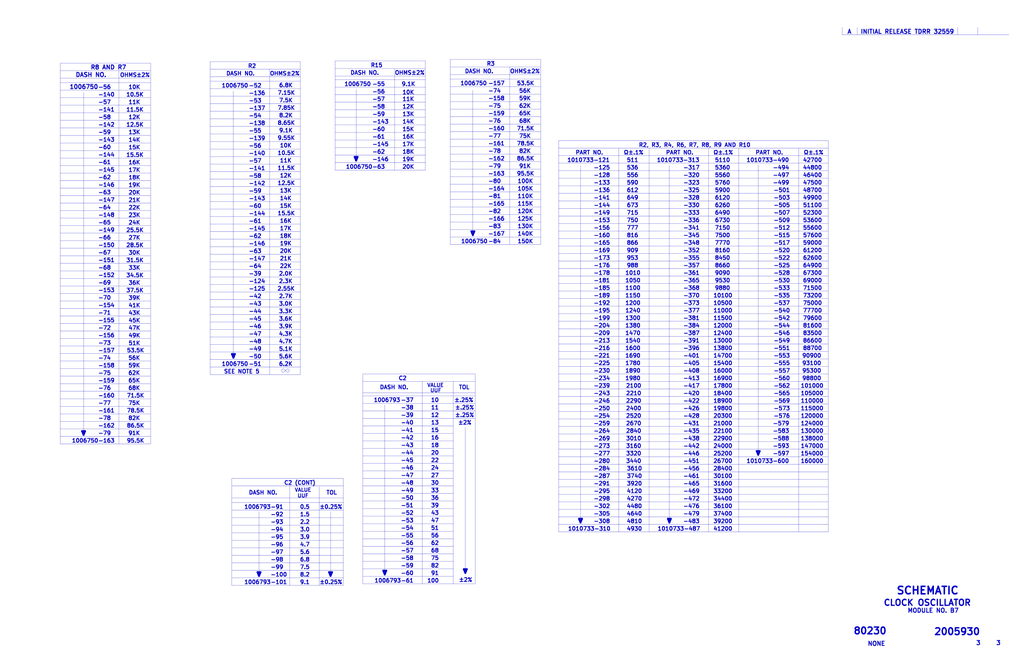
<source format=kicad_sch>
(kicad_sch (version 20211123) (generator eeschema)
  (paper "D")
  (polyline (pts (xy 50.8 323.85) (xy 127 323.85)) (stroke (width 0) (type solid)))
  (polyline (pts (xy 471.17 233.045) (xy 698.5 233.045)) (stroke (width 0) (type solid)))
  (polyline (pts (xy 219.71 482.9302) (xy 218.44 486.1052)) (stroke (width 1.524) (type solid)))
  (polyline (pts (xy 50.8 279.4) (xy 127 279.4)) (stroke (width 0) (type solid)))
  (polyline (pts (xy 50.8 66.04) (xy 127 66.04)) (stroke (width 0) (type solid)))
  (polyline (pts (xy 195.58 430.53) (xy 289.56 430.53)) (stroke (width 0) (type solid)))
  (polyline (pts (xy 471.17 169.545) (xy 698.5 169.545)) (stroke (width 0) (type solid)))
  (polyline (pts (xy 306.07 422.91) (xy 382.27 422.91)) (stroke (width 0) (type solid)))
  (polyline (pts (xy 177.165 106.68) (xy 253.365 106.68)) (stroke (width 0) (type solid)))
  (polyline (pts (xy 177.165 201.93) (xy 253.365 201.93)) (stroke (width 0) (type solid)))
  (polyline (pts (xy 379.73 193.675) (xy 455.93 193.675)) (stroke (width 0) (type solid)))
  (polyline (pts (xy 177.165 189.23) (xy 253.365 189.23)) (stroke (width 0) (type solid)))
  (polyline (pts (xy 306.07 448.31) (xy 382.27 448.31)) (stroke (width 0) (type solid)))
  (polyline (pts (xy 471.17 417.195) (xy 698.5 417.195)) (stroke (width 0) (type solid)))
  (polyline (pts (xy 710.311 23.114) (xy 710.311 29.337)) (stroke (width 0) (type solid)))
  (polyline (pts (xy 282.575 124.46) (xy 358.775 124.46)) (stroke (width 0) (type solid)))
  (polyline (pts (xy 177.165 259.08) (xy 253.365 259.08)) (stroke (width 0) (type solid)))
  (polyline (pts (xy 177.165 87.63) (xy 253.365 87.63)) (stroke (width 0) (type solid)))
  (polyline (pts (xy 471.17 302.895) (xy 698.5 302.895)) (stroke (width 0) (type solid)))
  (polyline (pts (xy 306.07 353.06) (xy 400.685 353.06)) (stroke (width 0) (type solid)))
  (polyline (pts (xy 177.165 220.98) (xy 253.365 220.98)) (stroke (width 0) (type solid)))
  (polyline (pts (xy 488.315 437.8452) (xy 490.855 437.8452)) (stroke (width 1.524) (type solid)))
  (polyline (pts (xy 306.07 359.41) (xy 382.27 359.41)) (stroke (width 0) (type solid)))
  (polyline (pts (xy 177.165 233.68) (xy 253.365 233.68)) (stroke (width 0) (type solid)))
  (polyline (pts (xy 195.58 443.23) (xy 289.56 443.23)) (stroke (width 0) (type solid)))
  (polyline (pts (xy 177.165 113.03) (xy 253.365 113.03)) (stroke (width 0) (type solid)))
  (polyline (pts (xy 50.8 177.8) (xy 127 177.8)) (stroke (width 0) (type solid)))
  (polyline (pts (xy 379.73 136.525) (xy 455.93 136.525)) (stroke (width 0) (type solid)))
  (polyline (pts (xy 177.165 138.43) (xy 253.365 138.43)) (stroke (width 0) (type solid)))
  (polyline (pts (xy 306.07 429.26) (xy 382.27 429.26)) (stroke (width 0) (type solid)))
  (polyline (pts (xy 177.165 240.03) (xy 253.365 240.03)) (stroke (width 0) (type solid)))
  (polyline (pts (xy 391.16 480.3902) (xy 393.7 480.3902)) (stroke (width 1.524) (type solid)))
  (polyline (pts (xy 471.17 353.695) (xy 698.5 353.695)) (stroke (width 0) (type solid)))
  (polyline (pts (xy 356.235 321.945) (xy 356.235 492.76)) (stroke (width 0) (type solid)))
  (polyline (pts (xy 379.73 104.775) (xy 455.93 104.775)) (stroke (width 0) (type solid)))
  (polyline (pts (xy 282.575 118.11) (xy 358.775 118.11)) (stroke (width 0) (type solid)))
  (polyline (pts (xy 306.07 435.61) (xy 382.27 435.61)) (stroke (width 0) (type solid)))
  (polyline (pts (xy 471.17 379.095) (xy 698.5 379.095)) (stroke (width 0) (type solid)))
  (polyline (pts (xy 471.17 410.845) (xy 698.5 410.845)) (stroke (width 0) (type solid)))
  (polyline (pts (xy 177.165 144.78) (xy 253.365 144.78)) (stroke (width 0) (type solid)))
  (polyline (pts (xy 471.17 385.445) (xy 698.5 385.445)) (stroke (width 0) (type solid)))
  (polyline (pts (xy 723.011 23.114) (xy 723.011 29.337)) (stroke (width 0) (type solid)))
  (polyline (pts (xy 379.73 117.475) (xy 455.93 117.475)) (stroke (width 0) (type solid)))
  (polyline (pts (xy 471.17 182.245) (xy 698.5 182.245)) (stroke (width 0) (type solid)))
  (polyline (pts (xy 50.8 101.6) (xy 127 101.6)) (stroke (width 0) (type solid)))
  (polyline (pts (xy 218.44 486.1052) (xy 217.17 482.9302)) (stroke (width 1.524) (type solid)))
  (polyline (pts (xy 50.8 139.7) (xy 127 139.7)) (stroke (width 0) (type solid)))
  (polyline (pts (xy 379.73 50.165) (xy 455.93 50.165)) (stroke (width 0) (type solid)))
  (polyline (pts (xy 177.165 170.18) (xy 253.365 170.18)) (stroke (width 0) (type solid)))
  (polyline (pts (xy 639.445 383.8702) (xy 638.175 380.6952)) (stroke (width 1.524) (type solid)))
  (polyline (pts (xy 50.8 222.25) (xy 127 222.25)) (stroke (width 0) (type solid)))
  (polyline (pts (xy 50.8 311.15) (xy 127 311.15)) (stroke (width 0) (type solid)))
  (polyline (pts (xy 471.17 429.895) (xy 698.5 429.895)) (stroke (width 0) (type solid)))
  (polyline (pts (xy 50.8 355.6) (xy 127 355.6)) (stroke (width 0) (type solid)))
  (polyline (pts (xy 471.17 398.145) (xy 698.5 398.145)) (stroke (width 0) (type solid)))
  (polyline (pts (xy 50.8 120.65) (xy 127 120.65)) (stroke (width 0) (type solid)))
  (polyline (pts (xy 471.17 118.745) (xy 471.17 448.945)) (stroke (width 0) (type solid)))
  (polyline (pts (xy 277.495 482.9302) (xy 280.035 482.9302)) (stroke (width 1.524) (type solid)))
  (polyline (pts (xy 50.8 247.65) (xy 127 247.65)) (stroke (width 0) (type solid)))
  (polyline (pts (xy 306.07 480.06) (xy 382.27 480.06)) (stroke (width 0) (type solid)))
  (polyline (pts (xy 323.215 481.6602) (xy 325.755 481.6602)) (stroke (width 1.524) (type solid)))
  (polyline (pts (xy 471.17 328.295) (xy 698.5 328.295)) (stroke (width 0) (type solid)))
  (polyline (pts (xy 177.165 182.88) (xy 253.365 182.88)) (stroke (width 0) (type solid)))
  (polyline (pts (xy 379.73 73.025) (xy 455.93 73.025)) (stroke (width 0) (type solid)))
  (polyline (pts (xy 398.78 198.755) (xy 398.78 76.2)) (stroke (width 0) (type solid)))
  (polyline (pts (xy 177.165 52.07) (xy 253.365 52.07)) (stroke (width 0) (type solid)))
  (polyline (pts (xy 50.8 361.95) (xy 127 361.95)) (stroke (width 0) (type solid)))
  (polyline (pts (xy 471.17 309.245) (xy 698.5 309.245)) (stroke (width 0) (type solid)))
  (polyline (pts (xy 471.17 334.645) (xy 698.5 334.645)) (stroke (width 0) (type solid)))
  (polyline (pts (xy 177.165 303.53) (xy 253.365 303.53)) (stroke (width 0) (type solid)))
  (polyline (pts (xy 471.17 423.545) (xy 698.5 423.545)) (stroke (width 0) (type solid)))
  (polyline (pts (xy 306.07 315.595) (xy 400.685 315.595)) (stroke (width 0) (type solid)))
  (polyline (pts (xy 471.17 163.195) (xy 698.5 163.195)) (stroke (width 0) (type solid)))
  (polyline (pts (xy 177.165 58.42) (xy 253.365 58.42)) (stroke (width 0) (type solid)))
  (polyline (pts (xy 471.17 239.395) (xy 698.5 239.395)) (stroke (width 0) (type solid)))
  (polyline (pts (xy 50.8 196.85) (xy 127 196.85)) (stroke (width 0) (type solid)))
  (polyline (pts (xy 177.165 74.93) (xy 253.365 74.93)) (stroke (width 0) (type solid)))
  (polyline (pts (xy 282.575 143.51) (xy 358.775 143.51)) (stroke (width 0) (type solid)))
  (polyline (pts (xy 379.73 98.425) (xy 455.93 98.425)) (stroke (width 0) (type solid)))
  (polyline (pts (xy 471.17 271.145) (xy 698.5 271.145)) (stroke (width 0) (type solid)))
  (polyline (pts (xy 217.17 482.9302) (xy 219.71 482.9302)) (stroke (width 1.524) (type solid)))
  (polyline (pts (xy 471.17 144.145) (xy 698.5 144.145)) (stroke (width 0) (type solid)))
  (polyline (pts (xy 471.17 391.795) (xy 698.5 391.795)) (stroke (width 0) (type solid)))
  (polyline (pts (xy 306.07 331.47) (xy 400.685 331.47)) (stroke (width 0) (type solid)))
  (polyline (pts (xy 177.165 316.23) (xy 253.365 316.23)) (stroke (width 0) (type solid)))
  (polyline (pts (xy 50.8 330.2) (xy 127 330.2)) (stroke (width 0) (type solid)))
  (polyline (pts (xy 195.58 420.37) (xy 289.56 420.37)) (stroke (width 0) (type solid)))
  (polyline (pts (xy 471.17 245.745) (xy 698.5 245.745)) (stroke (width 0) (type solid)))
  (polyline (pts (xy 397.51 195.2752) (xy 400.05 195.2752)) (stroke (width 1.524) (type solid)))
  (polyline (pts (xy 50.8 234.95) (xy 127 234.95)) (stroke (width 0) (type solid)))
  (polyline (pts (xy 563.245 437.8452) (xy 565.785 437.8452)) (stroke (width 1.524) (type solid)))
  (polyline (pts (xy 50.8 53.34) (xy 127 53.34)) (stroke (width 0) (type solid)))
  (polyline (pts (xy 398.78 198.4502) (xy 397.51 195.2752)) (stroke (width 1.524) (type solid)))
  (polyline (pts (xy 50.8 203.2) (xy 127 203.2)) (stroke (width 0) (type solid)))
  (polyline (pts (xy 50.8 152.4) (xy 127 152.4)) (stroke (width 0) (type solid)))
  (polyline (pts (xy 379.73 92.075) (xy 455.93 92.075)) (stroke (width 0) (type solid)))
  (polyline (pts (xy 177.165 163.83) (xy 253.365 163.83)) (stroke (width 0) (type solid)))
  (polyline (pts (xy 177.165 125.73) (xy 253.365 125.73)) (stroke (width 0) (type solid)))
  (polyline (pts (xy 597.535 125.095) (xy 597.535 448.945)) (stroke (width 0) (type solid)))
  (polyline (pts (xy 306.07 391.16) (xy 382.27 391.16)) (stroke (width 0) (type solid)))
  (polyline (pts (xy 177.165 208.28) (xy 253.365 208.28)) (stroke (width 0) (type solid)))
  (polyline (pts (xy 379.73 50.165) (xy 379.73 206.375)) (stroke (width 0) (type solid)))
  (polyline (pts (xy 471.17 156.845) (xy 698.5 156.845)) (stroke (width 0) (type solid)))
  (polyline (pts (xy 71.755 363.855) (xy 70.485 367.03)) (stroke (width 1.524) (type solid)))
  (polyline (pts (xy 50.8 292.1) (xy 127 292.1)) (stroke (width 0) (type solid)))
  (polyline (pts (xy 195.58 410.21) (xy 289.56 410.21)) (stroke (width 0) (type solid)))
  (polyline (pts (xy 195.58 487.68) (xy 289.56 487.68)) (stroke (width 0) (type solid)))
  (polyline (pts (xy 471.17 372.745) (xy 698.5 372.745)) (stroke (width 0) (type solid)))
  (polyline (pts (xy 195.58 462.28) (xy 289.56 462.28)) (stroke (width 0) (type solid)))
  (polyline (pts (xy 379.73 66.675) (xy 455.93 66.675)) (stroke (width 0) (type solid)))
  (polyline (pts (xy 471.17 188.595) (xy 698.5 188.595)) (stroke (width 0) (type solid)))
  (polyline (pts (xy 306.07 467.36) (xy 382.27 467.36)) (stroke (width 0) (type solid)))
  (polyline (pts (xy 471.17 220.345) (xy 698.5 220.345)) (stroke (width 0) (type solid)))
  (polyline (pts (xy 379.73 206.375) (xy 455.93 206.375)) (stroke (width 0) (type solid)))
  (polyline (pts (xy 282.575 67.31) (xy 358.775 67.31)) (stroke (width 0) (type solid)))
  (polyline (pts (xy 379.73 155.575) (xy 455.93 155.575)) (stroke (width 0) (type solid)))
  (polyline (pts (xy 471.17 125.095) (xy 698.5 125.095)) (stroke (width 0) (type solid)))
  (polyline (pts (xy 50.8 190.5) (xy 127 190.5)) (stroke (width 0) (type solid)))
  (polyline (pts (xy 471.17 315.595) (xy 698.5 315.595)) (stroke (width 0) (type solid)))
  (polyline (pts (xy 50.8 215.9) (xy 127 215.9)) (stroke (width 0) (type solid)))
  (polyline (pts (xy 306.07 340.36) (xy 400.685 340.36)) (stroke (width 0) (type solid)))
  (polyline (pts (xy 306.07 461.01) (xy 382.27 461.01)) (stroke (width 0) (type solid)))
  (polyline (pts (xy 698.5 448.945) (xy 698.5 118.745)) (stroke (width 0) (type solid)))
  (polyline (pts (xy 282.575 73.66) (xy 358.775 73.66)) (stroke (width 0) (type solid)))
  (polyline (pts (xy 379.73 62.865) (xy 455.93 62.865)) (stroke (width 0) (type solid)))
  (polyline (pts (xy 358.775 51.435) (xy 358.775 143.51)) (stroke (width 0) (type solid)))
  (polyline (pts (xy 50.8 336.55) (xy 127 336.55)) (stroke (width 0) (type solid)))
  (polyline (pts (xy 471.17 201.295) (xy 698.5 201.295)) (stroke (width 0) (type solid)))
  (polyline (pts (xy 196.85 302.26) (xy 196.85 76.835)) (stroke (width 0) (type solid)))
  (polyline (pts (xy 471.17 264.795) (xy 698.5 264.795)) (stroke (width 0) (type solid)))
  (polyline (pts (xy 301.625 132.4102) (xy 300.355 135.5852)) (stroke (width 1.524) (type solid)))
  (polyline (pts (xy 282.575 137.16) (xy 358.775 137.16)) (stroke (width 0) (type solid)))
  (polyline (pts (xy 282.575 99.06) (xy 358.775 99.06)) (stroke (width 0) (type solid)))
  (polyline (pts (xy 282.575 86.36) (xy 358.775 86.36)) (stroke (width 0) (type solid)))
  (polyline (pts (xy 50.8 254) (xy 127 254)) (stroke (width 0) (type solid)))
  (polyline (pts (xy 269.24 410.845) (xy 269.24 494.03)) (stroke (width 0) (type solid)))
  (polyline (pts (xy 177.165 246.38) (xy 253.365 246.38)) (stroke (width 0) (type solid)))
  (polyline (pts (xy 177.165 176.53) (xy 253.365 176.53)) (stroke (width 0) (type solid)))
  (polyline (pts (xy 50.8 127) (xy 127 127)) (stroke (width 0) (type solid)))
  (polyline (pts (xy 471.17 150.495) (xy 698.5 150.495)) (stroke (width 0) (type solid)))
  (polyline (pts (xy 471.17 194.945) (xy 698.5 194.945)) (stroke (width 0) (type solid)))
  (polyline (pts (xy 471.17 175.895) (xy 698.5 175.895)) (stroke (width 0) (type solid)))
  (polyline (pts (xy 50.8 241.3) (xy 127 241.3)) (stroke (width 0) (type solid)))
  (polyline (pts (xy 177.165 81.28) (xy 253.365 81.28)) (stroke (width 0) (type solid)))
  (polyline (pts (xy 177.165 284.48) (xy 253.365 284.48)) (stroke (width 0) (type solid)))
  (polyline (pts (xy 195.58 455.93) (xy 289.56 455.93)) (stroke (width 0) (type solid)))
  (polyline (pts (xy 400.685 315.595) (xy 400.685 492.76)) (stroke (width 0) (type solid)))
  (polyline (pts (xy 195.58 298.7802) (xy 198.12 298.7802)) (stroke (width 1.524) (type solid)))
  (polyline (pts (xy 564.515 441.0202) (xy 563.245 437.8452)) (stroke (width 1.524) (type solid)))
  (polyline (pts (xy 50.8 82.55) (xy 127 82.55)) (stroke (width 0) (type solid)))
  (polyline (pts (xy 824.611 23.114) (xy 824.611 29.337)) (stroke (width 0) (type solid)))
  (polyline (pts (xy 306.07 473.71) (xy 382.27 473.71)) (stroke (width 0) (type solid)))
  (polyline (pts (xy 471.17 436.245) (xy 698.5 436.245)) (stroke (width 0) (type solid)))
  (polyline (pts (xy 379.73 174.625) (xy 455.93 174.625)) (stroke (width 0) (type solid)))
  (polyline (pts (xy 177.165 119.38) (xy 253.365 119.38)) (stroke (width 0) (type solid)))
  (polyline (pts (xy 471.17 448.945) (xy 698.5 448.945)) (stroke (width 0) (type solid)))
  (polyline (pts (xy 100.33 59.69) (xy 100.33 374.65)) (stroke (width 0) (type solid)))
  (polyline (pts (xy 195.58 424.18) (xy 289.56 424.18)) (stroke (width 0) (type solid)))
  (polyline (pts (xy 471.17 321.945) (xy 698.5 321.945)) (stroke (width 0) (type solid)))
  (polyline (pts (xy 50.8 317.5) (xy 127 317.5)) (stroke (width 0) (type solid)))
  (polyline (pts (xy 564.515 440.69) (xy 564.515 139.7)) (stroke (width 0) (type solid)))
  (polyline (pts (xy 471.17 347.345) (xy 698.5 347.345)) (stroke (width 0) (type solid)))
  (polyline (pts (xy 306.07 416.56) (xy 382.27 416.56)) (stroke (width 0) (type solid)))
  (polyline (pts (xy 324.485 485.14) (xy 324.485 341.63)) (stroke (width 0) (type solid)))
  (polyline (pts (xy 50.8 260.35) (xy 127 260.35)) (stroke (width 0) (type solid)))
  (polyline (pts (xy 471.17 207.645) (xy 698.5 207.645)) (stroke (width 0) (type solid)))
  (polyline (pts (xy 471.17 258.445) (xy 698.5 258.445)) (stroke (width 0) (type solid)))
  (polyline (pts (xy 177.165 157.48) (xy 253.365 157.48)) (stroke (width 0) (type solid)))
  (polyline (pts (xy 282.575 51.435) (xy 358.775 51.435)) (stroke (width 0) (type solid)))
  (polyline (pts (xy 306.07 492.76) (xy 400.685 492.76)) (stroke (width 0) (type solid)))
  (polyline (pts (xy 127 53.34) (xy 127 374.65)) (stroke (width 0) (type solid)))
  (polyline (pts (xy 850.9508 29.4386) (xy 710.3618 29.4386)) (stroke (width 0) (type solid)))
  (polyline (pts (xy 177.165 309.88) (xy 253.365 309.88)) (stroke (width 0) (type solid)))
  (polyline (pts (xy 565.785 437.8452) (xy 564.515 441.0202)) (stroke (width 1.524) (type solid)))
  (polyline (pts (xy 379.73 200.025) (xy 455.93 200.025)) (stroke (width 0) (type solid)))
  (polyline (pts (xy 50.8 228.6) (xy 127 228.6)) (stroke (width 0) (type solid)))
  (polyline (pts (xy 455.93 206.375) (xy 455.93 50.165)) (stroke (width 0) (type solid)))
  (polyline (pts (xy 282.575 130.81) (xy 358.775 130.81)) (stroke (width 0) (type solid)))
  (polyline (pts (xy 392.43 483.5652) (xy 391.16 480.3902)) (stroke (width 1.524) (type solid)))
  (polyline (pts (xy 547.37 125.095) (xy 547.37 448.945)) (stroke (width 0) (type solid)))
  (polyline (pts (xy 50.8 165.1) (xy 127 165.1)) (stroke (width 0) (type solid)))
  (polyline (pts (xy 50.8 88.9) (xy 127 88.9)) (stroke (width 0) (type solid)))
  (polyline (pts (xy 379.73 149.225) (xy 455.93 149.225)) (stroke (width 0) (type solid)))
  (polyline (pts (xy 300.355 135.5852) (xy 299.085 132.4102)) (stroke (width 1.524) (type solid)))
  (polyline (pts (xy 50.8 59.69) (xy 127 59.69)) (stroke (width 0) (type solid)))
  (polyline (pts (xy 471.17 340.995) (xy 698.5 340.995)) (stroke (width 0) (type solid)))
  (polyline (pts (xy 521.97 125.095) (xy 521.97 448.945)) (stroke (width 0) (type solid)))
  (polyline (pts (xy 379.73 111.125) (xy 455.93 111.125)) (stroke (width 0) (type solid)))
  (polyline (pts (xy 379.73 56.515) (xy 455.93 56.515)) (stroke (width 0) (type solid)))
  (polyline (pts (xy 195.58 403.86) (xy 195.58 494.03)) (stroke (width 0) (type solid)))
  (polyline (pts (xy 306.07 321.945) (xy 400.685 321.945)) (stroke (width 0) (type solid)))
  (polyline (pts (xy 489.585 440.69) (xy 489.585 139.7)) (stroke (width 0) (type solid)))
  (polyline (pts (xy 379.73 161.925) (xy 455.93 161.925)) (stroke (width 0) (type solid)))
  (polyline (pts (xy 278.765 486.1052) (xy 277.495 482.9302)) (stroke (width 1.524) (type solid)))
  (polyline (pts (xy 471.17 366.395) (xy 698.5 366.395)) (stroke (width 0) (type solid)))
  (polyline (pts (xy 177.165 214.63) (xy 253.365 214.63)) (stroke (width 0) (type solid)))
  (polyline (pts (xy 50.8 184.15) (xy 127 184.15)) (stroke (width 0) (type solid)))
  (polyline (pts (xy 379.73 79.375) (xy 455.93 79.375)) (stroke (width 0) (type solid)))
  (polyline (pts (xy 50.8 69.85) (xy 127 69.85)) (stroke (width 0) (type solid)))
  (polyline (pts (xy 306.07 486.41) (xy 382.27 486.41)) (stroke (width 0) (type solid)))
  (polyline (pts (xy 306.07 365.76) (xy 382.27 365.76)) (stroke (width 0) (type solid)))
  (polyline (pts (xy 282.575 64.135) (xy 358.775 64.135)) (stroke (width 0) (type solid)))
  (polyline (pts (xy 280.035 482.9302) (xy 278.765 486.1052)) (stroke (width 1.524) (type solid)))
  (polyline (pts (xy 50.8 171.45) (xy 127 171.45)) (stroke (width 0) (type solid)))
  (polyline (pts (xy 50.8 342.9) (xy 127 342.9)) (stroke (width 0) (type solid)))
  (polyline (pts (xy 177.165 68.58) (xy 253.365 68.58)) (stroke (width 0) (type solid)))
  (polyline (pts (xy 379.73 168.275) (xy 455.93 168.275)) (stroke (width 0) (type solid)))
  (polyline (pts (xy 471.17 213.995) (xy 698.5 213.995)) (stroke (width 0) (type solid)))
  (polyline (pts (xy 471.17 277.495) (xy 698.5 277.495)) (stroke (width 0) (type solid)))
  (polyline (pts (xy 198.12 298.7802) (xy 196.85 301.9552)) (stroke (width 1.524) (type solid)))
  (polyline (pts (xy 69.215 363.855) (xy 71.755 363.855)) (stroke (width 1.524) (type solid)))
  (polyline (pts (xy 50.8 76.2) (xy 127 76.2)) (stroke (width 0) (type solid)))
  (polyline (pts (xy 471.17 118.745) (xy 698.5 118.745)) (stroke (width 0) (type solid)))
  (polyline (pts (xy 379.73 187.325) (xy 455.93 187.325)) (stroke (width 0) (type solid)))
  (polyline (pts (xy 306.07 410.21) (xy 382.27 410.21)) (stroke (width 0) (type solid)))
  (polyline (pts (xy 177.165 297.18) (xy 253.365 297.18)) (stroke (width 0) (type solid)))
  (polyline (pts (xy 50.8 304.8) (xy 127 304.8)) (stroke (width 0) (type solid)))
  (polyline (pts (xy 379.73 85.725) (xy 455.93 85.725)) (stroke (width 0) (type solid)))
  (polyline (pts (xy 639.445 139.065) (xy 639.445 383.54)) (stroke (width 0) (type solid)))
  (polyline (pts (xy 177.165 290.83) (xy 253.365 290.83)) (stroke (width 0) (type solid)))
  (polyline (pts (xy 177.165 52.07) (xy 177.165 316.23)) (stroke (width 0) (type solid)))
  (polyline (pts (xy 195.58 449.58) (xy 289.56 449.58)) (stroke (width 0) (type solid)))
  (polyline (pts (xy 324.485 484.8352) (xy 323.215 481.6602)) (stroke (width 1.524) (type solid)))
  (polyline (pts (xy 306.07 334.01) (xy 400.685 334.01)) (stroke (width 0) (type solid)))
  (polyline (pts (xy 50.8 285.75) (xy 127 285.75)) (stroke (width 0) (type solid)))
  (polyline (pts (xy 195.58 403.86) (xy 289.56 403.86)) (stroke (width 0) (type solid)))
  (polyline (pts (xy 282.575 51.435) (xy 282.575 143.51)) (stroke (width 0) (type solid)))
  (polyline (pts (xy 282.575 92.71) (xy 358.775 92.71)) (stroke (width 0) (type solid)))
  (polyline (pts (xy 50.8 114.3) (xy 127 114.3)) (stroke (width 0) (type solid)))
  (polyline (pts (xy 50.8 95.25) (xy 127 95.25)) (stroke (width 0) (type solid)))
  (polyline (pts (xy 393.7 480.3902) (xy 392.43 483.5652)) (stroke (width 1.524) (type solid)))
  (polyline (pts (xy 227.33 58.42) (xy 227.33 316.23)) (stroke (width 0) (type solid)))
  (polyline (pts (xy 177.165 252.73) (xy 253.365 252.73)) (stroke (width 0) (type solid)))
  (polyline (pts (xy 50.8 107.95) (xy 127 107.95)) (stroke (width 0) (type solid)))
  (polyline (pts (xy 392.43 483.87) (xy 392.43 360.68)) (stroke (width 0) (type solid)))
  (polyline (pts (xy 306.07 397.51) (xy 382.27 397.51)) (stroke (width 0) (type solid)))
  (polyline (pts (xy 379.73 123.825) (xy 455.93 123.825)) (stroke (width 0) (type solid)))
  (polyline (pts (xy 177.165 132.08) (xy 253.365 132.08)) (stroke (width 0) (type solid)))
  (polyline (pts (xy 471.17 226.695) (xy 698.5 226.695)) (stroke (width 0) (type solid)))
  (polyline (pts (xy 471.17 290.195) (xy 698.5 290.195)) (stroke (width 0) (type solid)))
  (polyline (pts (xy 177.165 64.77) (xy 253.365 64.77)) (stroke (width 0) (type solid)))
  (polyline (pts (xy 471.17 360.045) (xy 698.5 360.045)) (stroke (width 0) (type solid)))
  (polyline (pts (xy 489.585 441.0202) (xy 488.315 437.8452)) (stroke (width 1.524) (type solid)))
  (polyline (pts (xy 306.07 315.595) (xy 306.07 492.76)) (stroke (width 0) (type solid)))
  (polyline (pts (xy 325.755 481.6602) (xy 324.485 484.8352)) (stroke (width 1.524) (type solid)))
  (polyline (pts (xy 622.935 125.095) (xy 622.935 448.945)) (stroke (width 0) (type solid)))
  (polyline (pts (xy 289.56 403.86) (xy 289.56 494.03)) (stroke (width 0) (type solid)))
  (polyline (pts (xy 306.07 384.81) (xy 382.27 384.81)) (stroke (width 0) (type solid)))
  (polyline (pts (xy 638.175 380.6952) (xy 640.715 380.6952)) (stroke (width 1.524) (type solid)))
  (polyline (pts (xy 50.8 158.75) (xy 127 158.75)) (stroke (width 0) (type solid)))
  (polyline (pts (xy 282.575 57.785) (xy 358.775 57.785)) (stroke (width 0) (type solid)))
  (polyline (pts (xy 282.575 111.76) (xy 358.775 111.76)) (stroke (width 0) (type solid)))
  (polyline (pts (xy 50.8 298.45) (xy 127 298.45)) (stroke (width 0) (type solid)))
  (polyline (pts (xy 379.73 142.875) (xy 455.93 142.875)) (stroke (width 0) (type solid)))
  (polyline (pts (xy 306.07 403.86) (xy 382.27 403.86)) (stroke (width 0) (type solid)))
  (polyline (pts (xy 300.355 75.565) (xy 300.355 135.89)) (stroke (width 0) (type solid)))
  (polyline (pts (xy 196.85 301.9552) (xy 195.58 298.7802)) (stroke (width 1.524) (type solid)))
  (polyline (pts (xy 673.735 125.095) (xy 673.735 448.945)) (stroke (width 0) (type solid)))
  (polyline (pts (xy 50.8 209.55) (xy 127 209.55)) (stroke (width 0) (type solid)))
  (polyline (pts (xy 471.17 137.795) (xy 698.5 137.795)) (stroke (width 0) (type solid)))
  (polyline (pts (xy 177.165 100.33) (xy 253.365 100.33)) (stroke (width 0) (type solid)))
  (polyline (pts (xy 471.17 404.495) (xy 698.5 404.495)) (stroke (width 0) (type solid)))
  (polyline (pts (xy 471.17 442.595) (xy 698.5 442.595)) (stroke (width 0) (type solid)))
  (polyline (pts (xy 177.165 265.43) (xy 253.365 265.43)) (stroke (width 0) (type solid)))
  (polyline (pts (xy 278.765 431.8) (xy 278.765 486.41)) (stroke (width 0) (type solid)))
  (polyline (pts (xy 177.165 278.13) (xy 253.365 278.13)) (stroke (width 0) (type solid)))
  (polyline (pts (xy 306.07 372.11) (xy 382.27 372.11)) (stroke (width 0) (type solid)))
  (polyline (pts (xy 50.8 133.35) (xy 127 133.35)) (stroke (width 0) (type solid)))
  (polyline (pts (xy 177.165 227.33) (xy 253.365 227.33)) (stroke (width 0) (type solid)))
  (polyline (pts (xy 490.855 437.8452) (xy 489.585 441.0202)) (stroke (width 1.524) (type solid)))
  (polyline (pts (xy 306.07 454.66) (xy 382.27 454.66)) (stroke (width 0) (type solid)))
  (polyline (pts (xy 177.165 195.58) (xy 253.365 195.58)) (stroke (width 0) (type solid)))
  (polyline (pts (xy 50.8 374.65) (xy 127 374.65)) (stroke (width 0) (type solid)))
  (polyline (pts (xy 50.8 53.34) (xy 50.8 374.65)) (stroke (width 0) (type solid)))
  (polyline (pts (xy 379.73 180.975) (xy 455.93 180.975)) (stroke (width 0) (type solid)))
  (polyline (pts (xy 306.07 441.96) (xy 382.27 441.96)) (stroke (width 0) (type solid)))
  (polyline (pts (xy 379.73 130.175) (xy 455.93 130.175)) (stroke (width 0) (type solid)))
  (polyline (pts (xy 332.74 57.785) (xy 332.74 143.51)) (stroke (width 0) (type solid)))
  (polyline (pts (xy 177.165 93.98) (xy 253.365 93.98)) (stroke (width 0) (type solid)))
  (polyline (pts (xy 807.593 23.114) (xy 807.593 29.337)) (stroke (width 0) (type solid)))
  (polyline (pts (xy 244.475 410.21) (xy 244.475 494.03)) (stroke (width 0) (type solid)))
  (polyline (pts (xy 177.165 271.78) (xy 253.365 271.78)) (stroke (width 0) (type solid)))
  (polyline (pts (xy 471.17 296.545) (xy 698.5 296.545)) (stroke (width 0) (type solid)))
  (polyline (pts (xy 306.07 346.71) (xy 400.685 346.71)) (stroke (width 0) (type solid)))
  (polyline (pts (xy 50.8 266.7) (xy 127 266.7)) (stroke (width 0) (type solid)))
  (polyline (pts (xy 195.58 481.33) (xy 289.56 481.33)) (stroke (width 0) (type solid)))
  (polyline (pts (xy 282.575 80.01) (xy 358.775 80.01)) (stroke (width 0) (type solid)))
  (polyline (pts (xy 50.8 368.3) (xy 127 368.3)) (stroke (width 0) (type solid)))
  (polyline (pts (xy 195.58 468.63) (xy 289.56 468.63)) (stroke (width 0) (type solid)))
  (polyline (pts (xy 70.485 367.03) (xy 69.215 363.855)) (stroke (width 1.524) (type solid)))
  (polyline (pts (xy 429.895 56.515) (xy 429.895 206.375)) (stroke (width 0) (type solid)))
  (polyline (pts (xy 177.165 151.13) (xy 253.365 151.13)) (stroke (width 0) (type solid)))
  (polyline (pts (xy 471.17 252.095) (xy 698.5 252.095)) (stroke (width 0) (type solid)))
  (polyline (pts (xy 299.085 132.4102) (xy 301.625 132.4102)) (stroke (width 1.524) (type solid)))
  (polyline (pts (xy 195.58 436.88) (xy 289.56 436.88)) (stroke (width 0) (type solid)))
  (polyline (pts (xy 195.58 474.98) (xy 289.56 474.98)) (stroke (width 0) (type solid)))
  (polyline (pts (xy 306.07 378.46) (xy 382.27 378.46)) (stroke (width 0) (type solid)))
  (polyline (pts (xy 195.58 494.03) (xy 289.56 494.03)) (stroke (width 0) (type solid)))
  (polyline (pts (xy 253.365 52.07) (xy 253.365 316.23)) (stroke (width 0) (type solid)))
  (polyline (pts (xy 640.715 380.6952) (xy 639.445 383.8702)) (stroke (width 1.524) (type solid)))
  (polyline (pts (xy 50.8 349.25) (xy 127 349.25)) (stroke (width 0) (type solid)))
  (polyline (pts (xy 218.44 431.8) (xy 218.44 486.41)) (stroke (width 0) (type solid)))
  (polyline (pts (xy 50.8 146.05) (xy 127 146.05)) (stroke (width 0) (type solid)))
  (polyline (pts (xy 382.27 492.76) (xy 382.27 321.945)) (stroke (width 0) (type solid)))
  (polyline (pts (xy 282.575 105.41) (xy 358.775 105.41)) (stroke (width 0) (type solid)))
  (polyline (pts (xy 70.485 367.03) (xy 70.485 78.105)) (stroke (width 0) (type solid)))
  (polyline (pts (xy 50.8 273.05) (xy 127 273.05)) (stroke (width 0) (type solid)))
  (polyline (pts (xy 471.17 283.845) (xy 698.5 283.845)) (stroke (width 0) (type solid)))
  (polyline (pts (xy 400.05 195.2752) (xy 398.78 198.4502)) (stroke (width 1.524) (type solid)))
  (polyline (pts (xy 471.17 131.445) (xy 698.5 131.445)) (stroke (width 0) (type solid)))
  (text "10K" (at 108.1024 75.5904 0) (effects (font (size 3.302 3.302) (thickness 0.6604) bold) (justify left bottom)))
  (text "21K" (at 235.7374 220.2434 0) (effects (font (size 3.302 3.302) (thickness 0.6604) bold) (justify left bottom)))
  (text "20" (at 363.22 384.175 0) (effects (font (size 3.302 3.302) (thickness 0.6604) bold) (justify left bottom)))
  (text "-565" (at 652.145 334.01 0) (effects (font (size 3.302 3.302) (thickness 0.6604) bold) (justify left bottom)))
  (text "Ω±.1%" (at 525.78 130.81 0) (effects (font (size 3.302 3.302) (thickness 0.6604) bold) (justify left bottom)))
  (text "95.5K" (at 435.61 148.59 0) (effects (font (size 3.302 3.302) (thickness 0.6604) bold) (justify left bottom)))
  (text "-505" (at 652.145 175.26 0) (effects (font (size 3.302 3.302) (thickness 0.6604) bold) (justify left bottom)))
  (text "-63" (at 313.69 142.875 0) (effects (font (size 3.302 3.302) (thickness 0.6604) bold) (justify left bottom)))
  (text "-150" (at 82.55 208.915 0) (effects (font (size 3.302 3.302) (thickness 0.6604) bold) (justify left bottom)))
  (text "-137" (at 209.55 93.345 0) (effects (font (size 3.302 3.302) (thickness 0.6604) bold) (justify left bottom)))
  (text "-49" (at 337.82 415.925 0) (effects (font (size 3.302 3.302) (thickness 0.6604) bold) (justify left bottom)))
  (text "-336" (at 575.945 187.96 0) (effects (font (size 3.302 3.302) (thickness 0.6604) bold) (justify left bottom)))
  (text "62K" (at 437.515 91.44 0) (effects (font (size 3.302 3.302) (thickness 0.6604) bold) (justify left bottom)))
  (text "-140" (at 82.55 81.915 0) (effects (font (size 3.302 3.302) (thickness 0.6604) bold) (justify left bottom)))
  (text "42700" (at 676.91 137.16 0) (effects (font (size 3.302 3.302) (thickness 0.6604) bold) (justify left bottom)))
  (text "-479" (at 575.945 435.61 0) (effects (font (size 3.302 3.302) (thickness 0.6604) bold) (justify left bottom)))
  (text "27K" (at 108.1024 202.692 0) (effects (font (size 3.302 3.302) (thickness 0.6604) bold) (justify left bottom)))
  (text "7.85K" (at 233.8324 93.1418 0) (effects (font (size 3.302 3.302) (thickness 0.6604) bold) (justify left bottom)))
  (text "-97" (at 227.965 467.995 0) (effects (font (size 3.302 3.302) (thickness 0.6604) bold) (justify left bottom)))
  (text "6260" (at 602.615 175.26 0) (effects (font (size 3.302 3.302) (thickness 0.6604) bold) (justify left bottom)))
  (text "6120" (at 602.615 168.91 0) (effects (font (size 3.302 3.302) (thickness 0.6604) bold) (justify left bottom)))
  (text "3.6K" (at 234.95 271.145 0) (effects (font (size 3.302 3.302) (thickness 0.6604) bold) (justify left bottom)))
  (text "1690" (at 527.05 302.26 0) (effects (font (size 3.302 3.302) (thickness 0.6604) bold) (justify left bottom)))
  (text "2.3K" (at 234.95 239.395 0) (effects (font (size 3.302 3.302) (thickness 0.6604) bold) (justify left bottom)))
  (text "-557" (at 652.145 314.96 0) (effects (font (size 3.302 3.302) (thickness 0.6604) bold) (justify left bottom)))
  (text "-512" (at 652.145 194.31 0) (effects (font (size 3.302 3.302) (thickness 0.6604) bold) (justify left bottom)))
  (text "1006793" (at 205.74 429.895 0) (effects (font (size 3.302 3.302) (thickness 0.6604) bold) (justify left bottom)))
  (text "81600" (at 676.91 276.86 0) (effects (font (size 3.302 3.302) (thickness 0.6604) bold) (justify left bottom)))
  (text "88700" (at 676.91 295.91 0) (effects (font (size 3.302 3.302) (thickness 0.6604) bold) (justify left bottom)))
  (text "120K" (at 436.245 180.34 0) (effects (font (size 3.302 3.302) (thickness 0.6604) bold) (justify left bottom)))
  (text "-157" (at 82.55 297.815 0) (effects (font (size 3.302 3.302) (thickness 0.6604) bold) (justify left bottom)))
  (text "-59" (at 82.55 113.665 0) (effects (font (size 3.302 3.302) (thickness 0.6604) bold) (justify left bottom)))
  (text "-146" (at 82.55 158.115 0) (effects (font (size 3.302 3.302) (thickness 0.6604) bold) (justify left bottom)))
  (text "62K" (at 107.95 316.865 0) (effects (font (size 3.302 3.302) (thickness 0.6604) bold) (justify left bottom)))
  (text "1006750" (at 186.69 74.295 0) (effects (font (size 3.302 3.302) (thickness 0.6604) bold) (justify left bottom)))
  (text "33" (at 363.22 415.925 0) (effects (font (size 3.302 3.302) (thickness 0.6604) bold) (justify left bottom)))
  (text "6.2K" (at 234.95 309.245 0) (effects (font (size 3.302 3.302) (thickness 0.6604) bold) (justify left bottom)))
  (text "18K" (at 108.1024 151.892 0) (effects (font (size 3.302 3.302) (thickness 0.6604) bold) (justify left bottom)))
  (text "-576" (at 652.145 353.06 0) (effects (font (size 3.302 3.302) (thickness 0.6604) bold) (justify left bottom)))
  (text "C2" (at 335.915 321.31 0) (effects (font (size 3.302 3.302) (thickness 0.6604) bold) (justify left bottom)))
  (text "115000" (at 675.005 346.71 0) (effects (font (size 3.302 3.302) (thickness 0.6604) bold) (justify left bottom)))
  (text "-169" (at 500.38 213.36 0) (effects (font (size 3.302 3.302) (thickness 0.6604) bold) (justify left bottom)))
  (text "-60" (at 337.82 485.775 0) (effects (font (size 3.302 3.302) (thickness 0.6604) bold) (justify left bottom)))
  (text "-43" (at 337.82 377.825 0) (effects (font (size 3.302 3.302) (thickness 0.6604) bold) (justify left bottom)))
  (text "37.5K" (at 106.1974 247.142 0) (effects (font (size 3.302 3.302) (thickness 0.6604) bold) (justify left bottom)))
  (text "-63" (at 82.55 164.465 0) (effects (font (size 3.302 3.302) (thickness 0.6604) bold) (justify left bottom)))
  (text "4930" (at 528.32 448.31 0) (effects (font (size 3.302 3.302) (thickness 0.6604) bold) (justify left bottom)))
  (text "16" (at 363.22 371.475 0) (effects (font (size 3.302 3.302) (thickness 0.6604) bold) (justify left bottom)))
  (text "15K" (at 235.7374 175.7934 0) (effects (font (size 3.302 3.302) (thickness 0.6604) bold) (justify left bottom)))
  (text "-546" (at 652.145 283.21 0) (effects (font (size 3.302 3.302) (thickness 0.6604) bold) (justify left bottom)))
  (text "536" (at 528.32 143.51 0) (effects (font (size 3.302 3.302) (thickness 0.6604) bold) (justify left bottom)))
  (text "20K" (at 235.7374 213.8934 0) (effects (font (size 3.302 3.302) (thickness 0.6604) bold) (justify left bottom)))
  (text "55600" (at 676.91 194.31 0) (effects (font (size 3.302 3.302) (thickness 0.6604) bold) (justify left bottom)))
  (text "NONE" (at 731.52 545.465 0) (effects (font (size 3.556 3.556) (thickness 0.7112) bold) (justify left bottom)))
  (text "1.5" (at 252.73 436.245 0) (effects (font (size 3.302 3.302) (thickness 0.6604) bold) (justify left bottom)))
  (text "-62" (at 313.69 130.175 0) (effects (font (size 3.302 3.302) (thickness 0.6604) bold) (justify left bottom)))
  (text "-50" (at 337.82 422.275 0) (effects (font (size 3.302 3.302) (thickness 0.6604) bold) (justify left bottom)))
  (text "56K" (at 107.95 304.165 0) (effects (font (size 3.302 3.302) (thickness 0.6604) bold) (justify left bottom)))
  (text "-157" (at 411.48 72.39 0) (effects (font (size 3.302 3.302) (thickness 0.6604) bold) (justify left bottom)))
  (text "10K" (at 339.09 80.01 0) (effects (font (size 3.302 3.302) (thickness 0.6604) bold) (justify left bottom)))
  (text "83500" (at 676.91 283.21 0) (effects (font (size 3.302 3.302) (thickness 0.6604) bold) (justify left bottom)))
  (text "-163" (at 82.55 374.015 0) (effects (font (size 3.302 3.302) (thickness 0.6604) bold) (justify left bottom)))
  (text "-264" (at 500.38 365.76 0) (effects (font (size 3.302 3.302) (thickness 0.6604) bold) (justify left bottom)))
  (text "24" (at 363.22 396.875 0) (effects (font (size 3.302 3.302) (thickness 0.6604) bold) (justify left bottom)))
  (text "-78" (at 82.55 354.965 0) (effects (font (size 3.302 3.302) (thickness 0.6604) bold) (justify left bottom)))
  (text "90900" (at 676.275 302.26 0) (effects (font (size 3.302 3.302) (thickness 0.6604) bold) (justify left bottom)))
  (text "-284" (at 500.38 397.51 0) (effects (font (size 3.302 3.302) (thickness 0.6604) bold) (justify left bottom)))
  (text "124000" (at 675.005 359.41 0) (effects (font (size 3.302 3.302) (thickness 0.6604) bold) (justify left bottom)))
  (text "1006793" (at 314.96 339.725 0) (effects (font (size 3.302 3.302) (thickness 0.6604) bold) (justify left bottom)))
  (text "24K" (at 108.1024 189.992 0) (effects (font (size 3.302 3.302) (thickness 0.6604) bold) (justify left bottom)))
  (text "45K" (at 108.1024 272.542 0) (effects (font (size 3.302 3.302) (thickness 0.6604) bold) (justify left bottom)))
  (text "22100" (at 601.345 365.76 0) (effects (font (size 3.302 3.302) (thickness 0.6604) bold) (justify left bottom)))
  (text "-66" (at 82.55 202.565 0) (effects (font (size 3.302 3.302) (thickness 0.6604) bold) (justify left bottom)))
  (text "1006750" (at 388.62 205.74 0) (effects (font (size 3.302 3.302) (thickness 0.6604) bold) (justify left bottom)))
  (text "-173" (at 500.38 219.71 0) (effects (font (size 3.302 3.302) (thickness 0.6604) bold) (justify left bottom)))
  (text "31.5K" (at 106.1974 221.742 0) (effects (font (size 3.302 3.302) (thickness 0.6604) bold) (justify left bottom)))
  (text "49K" (at 108.1024 285.242 0) (effects (font (size 3.302 3.302) (thickness 0.6604) bold) (justify left bottom)))
  (text "9.1" (at 252.73 493.395 0) (effects (font (size 3.302 3.302) (thickness 0.6604) bold) (justify left bottom)))
  (text "-147" (at 82.55 170.815 0) (effects (font (size 3.302 3.302) (thickness 0.6604) bold) (justify left bottom)))
  (text "-387" (at 575.945 283.21 0) (effects (font (size 3.302 3.302) (thickness 0.6604) bold) (justify left bottom)))
  (text "Ω±.1%" (at 677.545 130.81 0) (effects (font (size 3.302 3.302) (thickness 0.6604) bold) (justify left bottom)))
  (text "10.5K" (at 233.8324 131.2418 0) (effects (font (size 3.302 3.302) (thickness 0.6604) bold) (justify left bottom)))
  (text "-295" (at 500.38 416.56 0) (effects (font (size 3.302 3.302) (thickness 0.6604) bold) (justify left bottom)))
  (text "9090" (at 602.615 232.41 0) (effects (font (size 3.302 3.302) (thickness 0.6604) bold) (justify left bottom)))
  (text "9.1K" (at 235.1024 112.1918 0) (effects (font (size 3.302 3.302) (thickness 0.6604) bold) (justify left bottom)))
  (text "-125" (at 209.55 245.745 0) (effects (font (size 3.302 3.302) (thickness 0.6604) bold) (justify left bottom)))
  (text "75K" (at 437.515 116.84 0) (effects (font (size 3.302 3.302) (thickness 0.6604) bold) (justify left bottom)))
  (text "DASH NO." (at 391.795 62.23 0) (effects (font (size 3.302 3.302) (thickness 0.6604) bold) (justify left bottom)))
  (text "-59" (at 209.55 163.195 0) (effects (font (size 3.302 3.302) (thickness 0.6604) bold) (justify left bottom)))
  (text "21K" (at 108.1024 170.942 0) (effects (font (size 3.302 3.302) (thickness 0.6604) bold) (justify left bottom)))
  (text "2.7K" (at 234.95 252.095 0) (effects (font (size 3.302 3.302) (thickness 0.6604) bold) (justify left bottom)))
  (text "22" (at 363.22 390.525 0) (effects (font (size 3.302 3.302) (thickness 0.6604) bold) (justify left bottom)))
  (text "31600" (at 601.345 410.21 0) (effects (font (size 3.302 3.302) (thickness 0.6604) bold) (justify left bottom)))
  (text "-209" (at 500.38 283.21 0) (effects (font (size 3.302 3.302) (thickness 0.6604) bold) (justify left bottom)))
  (text "4640" (at 528.32 435.61 0) (effects (font (size 3.302 3.302) (thickness 0.6604) bold) (justify left bottom)))
  (text "-461" (at 575.945 403.86 0) (effects (font (size 3.302 3.302) (thickness 0.6604) bold) (justify left bottom)))
  (text "-38" (at 337.82 346.075 0) (effects (font (size 3.302 3.302) (thickness 0.6604) bold) (justify left bottom)))
  (text "-46" (at 209.55 277.495 0) (effects (font (size 3.302 3.302) (thickness 0.6604) bold) (justify left bottom)))
  (text "-151" (at 82.55 221.615 0) (effects (font (size 3.302 3.302) (thickness 0.6604) bold) (justify left bottom)))
  (text "556" (at 528.32 149.86 0) (effects (font (size 3.302 3.302) (thickness 0.6604) bold) (justify left bottom)))
  (text "-413" (at 575.945 321.31 0) (effects (font (size 3.302 3.302) (thickness 0.6604) bold) (justify left bottom)))
  (text "9530" (at 602.615 238.76 0) (effects (font (size 3.302 3.302) (thickness 0.6604) bold) (justify left bottom)))
  (text "33200" (at 601.345 416.56 0) (effects (font (size 3.302 3.302) (thickness 0.6604) bold) (justify left bottom)))
  (text "OHMS±2%" (at 332.74 63.5 0) (effects (font (size 3.302 3.302) (thickness 0.6604) bold) (justify left bottom)))
  (text "-162" (at 82.55 361.315 0) (effects (font (size 3.302 3.302) (thickness 0.6604) bold) (justify left bottom)))
  (text "R2, R3, R4, R6, R7, R8, R9 AND R10" (at 538.48 124.46 0) (effects (font (size 3.302 3.302) (thickness 0.6604) bold) (justify left bottom)))
  (text "-325" (at 575.945 162.56 0) (effects (font (size 3.302 3.302) (thickness 0.6604) bold) (justify left bottom)))
  (text "-45" (at 209.55 271.145 0) (effects (font (size 3.302 3.302) (thickness 0.6604) bold) (justify left bottom)))
  (text "15.5K" (at 106.1974 132.842 0) (effects (font (size 3.302 3.302) (thickness 0.6604) bold) (justify left bottom)))
  (text "953" (at 528.32 219.71 0) (effects (font (size 3.302 3.302) (thickness 0.6604) bold) (justify left bottom)))
  (text "-77" (at 411.48 116.84 0) (effects (font (size 3.302 3.302) (thickness 0.6604) bold) (justify left bottom)))
  (text "TOL" (at 274.955 417.83 0) (effects (font (size 3.302 3.302) (thickness 0.6604) bold) (justify left bottom)))
  (text "19K" (at 235.7374 207.5434 0) (effects (font (size 3.302 3.302) (thickness 0.6604) bold) (justify left bottom)))
  (text "-579" (at 651.51 359.41 0) (effects (font (size 3.302 3.302) (thickness 0.6604) bold) (justify left bottom)))
  (text "8.2" (at 252.73 487.045 0) (effects (font (size 3.302 3.302) (thickness 0.6604) bold) (justify left bottom)))
  (text "1006750" (at 387.985 72.39 0) (effects (font (size 3.302 3.302) (thickness 0.6604) bold) (justify left bottom)))
  (text "-555" (at 652.145 308.61 0) (effects (font (size 3.302 3.302) (thickness 0.6604) bold) (justify left bottom)))
  (text "67300" (at 676.91 232.41 0) (effects (font (size 3.302 3.302) (thickness 0.6604) bold) (justify left bottom)))
  (text "-153" (at 500.38 187.96 0) (effects (font (size 3.302 3.302) (thickness 0.6604) bold) (justify left bottom)))
  (text "-57" (at 313.69 85.725 0) (effects (font (size 3.302 3.302) (thickness 0.6604) bold) (justify left bottom)))
  (text "-147" (at 209.55 220.345 0) (effects (font (size 3.302 3.302) (thickness 0.6604) bold) (justify left bottom)))
  (text "-525" (at 652.145 226.06 0) (effects (font (size 3.302 3.302) (thickness 0.6604) bold) (justify left bottom)))
  (text "37400" (at 601.345 435.61 0) (effects (font (size 3.302 3.302) (thickness 0.6604) bold) (justify left bottom)))
  (text "DASH NO." (at 295.275 63.5 0) (effects (font (size 3.302 3.302) (thickness 0.6604) bold) (justify left bottom)))
  (text "-431" (at 575.945 359.41 0) (effects (font (size 3.302 3.302) (thickness 0.6604) bold) (justify left bottom)))
  (text "-40" (at 337.82 358.775 0) (effects (font (size 3.302 3.302) (thickness 0.6604) bold) (justify left bottom)))
  (text "-204" (at 500.38 276.86 0) (effects (font (size 3.302 3.302) (thickness 0.6604) bold) (justify left bottom)))
  (text "-68" (at 82.55 227.965 0) (effects (font (size 3.302 3.302) (thickness 0.6604) bold) (justify left bottom)))
  (text "-52" (at 209.55 74.295 0) (effects (font (size 3.302 3.302) (thickness 0.6604) bold) (justify left bottom)))
  (text "-422" (at 575.945 340.36 0) (effects (font (size 3.302 3.302) (thickness 0.6604) bold) (justify left bottom)))
  (text "-60" (at 313.69 111.125 0) (effects (font (size 3.302 3.302) (thickness 0.6604) bold) (justify left bottom)))
  (text "71.5K" (at 106.68 335.915 0) (effects (font (size 3.302 3.302) (thickness 0.6604) bold) (justify left bottom)))
  (text "36K" (at 108.1024 240.792 0) (effects (font (size 3.302 3.302) (thickness 0.6604) bold) (justify left bottom)))
  (text "-535" (at 652.145 251.46 0) (effects (font (size 3.302 3.302) (thickness 0.6604) bold) (justify left bottom)))
  (text "-100" (at 227.965 487.045 0) (effects (font (size 3.302 3.302) (thickness 0.6604) bold) (justify left bottom)))
  (text "-39" (at 337.82 352.425 0) (effects (font (size 3.302 3.302) (thickness 0.6604) bold) (justify left bottom)))
  (text "15.5K" (at 233.8324 182.1434 0) (effects (font (size 3.302 3.302) (thickness 0.6604) bold) (justify left bottom)))
  (text "91K" (at 437.515 142.24 0) (effects (font (size 3.302 3.302) (thickness 0.6604) bold) (justify left bottom)))
  (text "VALUE" (at 360.045 327.025 0) (effects (font (size 3.048 3.048) (thickness 0.6096) bold) (justify left bottom)))
  (text "-160" (at 411.48 110.49 0) (effects (font (size 3.302 3.302) (thickness 0.6604) bold) (justify left bottom)))
  (text "34400" (at 601.345 422.91 0) (effects (font (size 3.302 3.302) (thickness 0.6604) bold) (justify left bottom)))
  (text "R8 AND R7" (at 76.2 59.055 0) (effects (font (size 3.556 3.556) (thickness 0.7112) bold) (justify left bottom)))
  (text "18K" (at 339.09 130.175 0) (effects (font (size 3.302 3.302) (thickness 0.6604) bold) (justify left bottom)))
  (text "26700" (at 601.345 391.16 0) (effects (font (size 3.302 3.302) (thickness 0.6604) bold) (justify left bottom)))
  (text "-101" (at 227.965 493.395 0) (effects (font (size 3.302 3.302) (thickness 0.6604) bold) (justify left bottom)))
  (text "-522" (at 652.145 219.71 0) (effects (font (size 3.302 3.302) (thickness 0.6604) bold) (justify left bottom)))
  (text "59K" (at 437.515 85.09 0) (effects (font (size 3.302 3.302) (thickness 0.6604) bold) (justify left bottom)))
  (text "649" (at 528.32 168.91 0) (effects (font (size 3.302 3.302) (thickness 0.6604) bold) (justify left bottom)))
  (text "-65" (at 82.55 189.865 0) (effects (font (size 3.302 3.302) (thickness 0.6604) bold) (justify left bottom)))
  (text "-370" (at 575.945 251.46 0) (effects (font (size 3.302 3.302) (thickness 0.6604) bold) (justify left bottom)))
  (text "R15" (at 312.42 57.15 0) (effects (font (size 3.302 3.302) (thickness 0.6604) bold) (justify left bottom)))
  (text "-98" (at 227.965 474.345 0) (effects (font (size 3.302 3.302) (thickness 0.6604) bold) (justify left bottom)))
  (text "2100" (at 527.685 327.66 0) (effects (font (size 3.302 3.302) (thickness 0.6604) bold) (justify left bottom)))
  (text "2.55K" (at 233.68 245.745 0) (effects (font (size 3.302 3.302) (thickness 0.6604) bold) (justify left bottom)))
  (text "77700" (at 676.91 264.16 0) (effects (font (size 3.302 3.302) (thickness 0.6604) bold) (justify left bottom)))
  (text "82K" (at 107.95 354.965 0) (effects (font (size 3.302 3.302) (thickness 0.6604) bold) (justify left bottom)))
  (text "SCHEMATIC" (at 755.65 502.285 0) (effects (font (size 6.35 6.35) (thickness 1.27) bold) (justify left bottom)))
  (text "10K" (at 235.7374 124.8918 0) (effects (font (size 3.302 3.302) (thickness 0.6604) bold) (justify left bottom)))
  (text "68" (at 363.22 466.725 0) (effects (font (size 3.302 3.302) (thickness 0.6604) bold) (justify left bottom)))
  (text "5360" (at 602.615 143.51 0) (effects (font (size 3.302 3.302) (thickness 0.6604) bold) (justify left bottom)))
  (text "-55" (at 313.69 73.025 0) (effects (font (size 3.302 3.302) (thickness 0.6604) bold) (justify left bottom)))
  (text "4480" (at 528.32 429.26 0) (effects (font (size 3.302 3.302) (thickness 0.6604) bold) (justify left bottom)))
  (text "4270" (at 528.32 422.91 0) (effects (font (size 3.302 3.302) (thickness 0.6604) bold) (justify left bottom)))
  (text "78.5K" (at 435.61 123.19 0) (effects (font (size 3.302 3.302) (thickness 0.6604) bold) (justify left bottom)))
  (text "82" (at 363.22 479.425 0) (effects (font (size 3.302 3.302) (thickness 0.6604) bold) (justify left bottom)))
  (text "-328" (at 575.945 168.91 0) (effects (font (size 3.302 3.302) (thickness 0.6604) bold) (justify left bottom)))
  (text "19K" (at 339.09 136.525 0) (effects (font (size 3.302 3.302) (thickness 0.6604) bold) (justify left bottom)))
  (text "±.25%" (at 383.54 346.075 0) (effects (font (size 3.302 3.302) (thickness 0.6604) bold) (justify left bottom)))
  (text "51K" (at 108.1024 291.7444 0) (effects (font (size 3.302 3.302) (thickness 0.6604) bold) (justify left bottom)))
  (text "R3" (at 410.21 55.88 0) (effects (font (size 3.302 3.302) (thickness 0.6604) bold) (justify left bottom)))
  (text "71500" (at 676.91 245.11 0) (effects (font (size 3.302 3.302) (thickness 0.6604) bold) (justify left bottom)))
  (text "-145" (at 82.55 145.415 0) (effects (font (size 3.302 3.302) (thickness 0.6604) bold) (justify left bottom)))
  (text "43K" (at 108.1024 266.192 0) (effects (font (size 3.302 3.302) (thickness 0.6604) bold) (justify left bottom)))
  (text "-143" (at 82.55 120.015 0) (effects (font (size 3.302 3.302) (thickness 0.6604) bold) (justify left bottom)))
  (text "47500" (at 676.91 156.21 0) (effects (font (size 3.302 3.302) (thickness 0.6604) bold) (justify left bottom)))
  (text "-145" (at 313.69 123.825 0) (effects (font (size 3.302 3.302) (thickness 0.6604) bold) (justify left bottom)))
  (text "-72" (at 82.55 278.765 0) (effects (font (size 3.302 3.302) (thickness 0.6604) bold) (justify left bottom)))
  (text "∞" (at 234.315 318.135 0) (effects (font (size 10.16 10.16)) (justify left bottom)))
  (text "-79" (at 411.48 142.24 0) (effects (font (size 3.302 3.302) (thickness 0.6604) bold) (justify left bottom)))
  (text "11.5K" (at 106.1974 94.6404 0) (effects (font (size 3.302 3.302) (thickness 0.6604) bold) (justify left bottom)))
  (text "11500" (at 601.345 270.51 0) (effects (font (size 3.302 3.302) (thickness 0.6604) bold) (justify left bottom)))
  (text "-44" (at 209.55 264.795 0) (effects (font (size 3.302 3.302) (thickness 0.6604) bold) (justify left bottom)))
  (text "-160" (at 500.38 200.66 0) (effects (font (size 3.302 3.302) (thickness 0.6604) bold) (justify left bottom)))
  (text "24000" (at 601.345 378.46 0) (effects (font (size 3.302 3.302) (thickness 0.6604) bold) (justify left bottom)))
  (text "98800" (at 676.275 321.31 0) (effects (font (size 3.302 3.302) (thickness 0.6604) bold) (justify left bottom)))
  (text "-42" (at 209.55 252.095 0) (effects (font (size 3.302 3.302) (thickness 0.6604) bold) (justify left bottom)))
  (text "-62" (at 209.55 201.295 0) (effects (font (size 3.302 3.302) (thickness 0.6604) bold) (justify left bottom)))
  (text "-141" (at 500.38 168.91 0) (effects (font (size 3.302 3.302) (thickness 0.6604) bold) (justify left bottom)))
  (text "TOL" (at 386.715 328.93 0) (effects (font (size 3.302 3.302) (thickness 0.6604) bold) (justify left bottom)))
  (text "-142" (at 82.55 107.315 0) (effects (font (size 3.302 3.302) (thickness 0.6604) bold) (justify left bottom)))
  (text "-142" (at 209.55 156.845 0) (effects (font (size 3.302 3.302) (thickness 0.6604) bold) (justify left bottom)))
  (text "8660" (at 602.615 226.06 0) (effects (font (size 3.302 3.302) (thickness 0.6604) bold) (justify left bottom)))
  (text "-426" (at 575.945 346.71 0) (effects (font (size 3.302 3.302) (thickness 0.6604) bold) (justify left bottom)))
  (text "15400" (at 601.345 308.61 0) (effects (font (size 3.302 3.302) (thickness 0.6604) bold) (justify left bottom)))
  (text "-250" (at 500.38 346.71 0) (effects (font (size 3.302 3.302) (thickness 0.6604) bold) (justify left bottom)))
  (text "4.3K" (at 234.95 283.845 0) (effects (font (size 3.302 3.302) (thickness 0.6604) bold) (justify left bottom)))
  (text "7.15K" (at 233.8324 80.4418 0) (effects (font (size 3.302 3.302) (thickness 0.6604) bold) (justify left bottom)))
  (text "-185" (at 500.38 245.11 0) (effects (font (size 3.302 3.302) (thickness 0.6604) bold) (justify left bottom)))
  (text "-144" (at 209.55 182.245 0) (effects (font (size 3.302 3.302) (thickness 0.6604) bold) (justify left bottom)))
  (text "-59" (at 313.69 98.425 0) (effects (font (size 3.302 3.302) (thickness 0.6604) bold) (justify left bottom)))
  (text "43" (at 363.22 434.975 0) (effects (font (size 3.302 3.302) (thickness 0.6604) bold) (justify left bottom)))
  (text "80230" (at 719.455 535.94 0) (effects (font (size 5.715 5.715) (thickness 1.143) bold) (justify left bottom)))
  (text "-540" (at 652.145 264.16 0) (effects (font (size 3.302 3.302) (thickness 0.6604) bold) (justify left bottom)))
  (text "-435" (at 575.945 365.76 0) (effects (font (size 3.302 3.302) (thickness 0.6604) bold) (justify left bottom)))
  (text "-305" (at 500.38 435.61 0) (effects (font (size 3.302 3.302) (thickness 0.6604) bold) (justify left bottom)))
  (text "-149" (at 82.55 196.215 0) (effects (font (size 3.302 3.302) (thickness 0.6604) bold) (justify left bottom)))
  (text "86600" (at 676.91 289.56 0) (effects (font (size 3.302 3.302) (thickness 0.6604) bold) (justify left bottom)))
  (text "-44" (at 337.82 384.175 0) (effects (font (size 3.302 3.302) (thickness 0.6604) bold) (justify left bottom)))
  (text "20300" (at 601.345 353.06 0) (effects (font (size 3.302 3.302) (thickness 0.6604) bold) (justify left bottom)))
  (text "-152" (at 82.55 234.315 0) (effects (font (size 3.302 3.302) (thickness 0.6604) bold) (justify left bottom)))
  (text "11K" (at 235.7374 137.5918 0) (effects (font (size 3.302 3.302) (thickness 0.6604) bold) (justify left bottom)))
  (text "2520" (at 527.685 353.06 0) (effects (font (size 3.302 3.302) (thickness 0.6604) bold) (justify left bottom)))
  (text "CLOCK OSCILLATOR" (at 744.855 511.81 0) (effects (font (size 5.08 5.08) (thickness 1.016) bold) (justify left bottom)))
  (text "-246" (at 500.38 340.36 0) (effects (font (size 3.302 3.302) (thickness 0.6604) bold) (justify left bottom)))
  (text "-159" (at 411.48 97.79 0) (effects (font (size 3.302 3.302) (thickness 0.6604) bold) (justify left bottom)))
  (text "2670" (at 527.685 359.41 0) (effects (font (size 3.302 3.302) (thickness 0.6604) bold) (justify left bottom)))
  (text "-58" (at 209.55 150.495 0) (effects (font (size 3.302 3.302) (thickness 0.6604) bold) (justify left bottom)))
  (text "3.9K" (at 234.95 277.495 0) (effects (font (size 3.302 3.302) (thickness 0.6604) bold) (justify left bottom)))
  (text "30100" (at 601.345 403.86 0) (effects (font (size 3.302 3.302) (thickness 0.6604) bold) (justify left bottom)))
  (text "20K" (at 339.09 142.875 0) (effects (font (size 3.302 3.302) (thickness 0.6604) bold) (justify left bottom)))
  (text "-528" (at 652.145 232.41 0) (effects (font (size 3.302 3.302) (thickness 0.6604) bold) (justify left bottom)))
  (text "12000" (at 601.345 276.86 0) (effects (font (size 3.302 3.302) (thickness 0.6604) bold) (justify left bottom)))
  (text "3.3K" (at 234.95 264.795 0) (effects (font (size 3.302 3.302) (thickness 0.6604) bold) (justify left bottom)))
  (text "1010733-310" (at 478.79 448.31 0) (effects (font (size 3.302 3.302) (thickness 0.6604) bold) (justify left bottom)))
  (text "-56" (at 209.55 125.095 0) (effects (font (size 3.302 3.302) (thickness 0.6604) bold) (justify left bottom)))
  (text "12" (at 363.22 352.425 0) (effects (font (size 3.302 3.302) (thickness 0.6604) bold) (justify left bottom)))
  (text "-64" (at 82.55 177.165 0) (effects (font (size 3.302 3.302) (thickness 0.6604) bold) (justify left bottom)))
  (text "12K" (at 339.09 92.075 0) (effects (font (size 3.302 3.302) (thickness 0.6604) bold) (justify left bottom)))
  (text "-542" (at 652.145 270.51 0) (effects (font (size 3.302 3.302) (thickness 0.6604) bold) (justify left bottom)))
  (text "62600" (at 676.91 219.71 0) (effects (font (size 3.302 3.302) (thickness 0.6604) bold) (justify left bottom)))
  (text "5110" (at 602.615 137.16 0) (effects (font (size 3.302 3.302) (thickness 0.6604) bold) (justify left bottom)))
  (text "30K" (at 108.1024 215.392 0) (effects (font (size 3.302 3.302) (thickness 0.6604) bold) (justify left bottom)))
  (text "101000" (at 675.005 327.66 0) (effects (font (size 3.302 3.302) (thickness 0.6604) bold) (justify left bottom)))
  (text "73200" (at 676.91 251.46 0) (effects (font (size 3.302 3.302) (thickness 0.6604) bold) (justify left bottom)))
  (text "-148" (at 82.55 183.515 0) (effects (font (size 3.302 3.302) (thickness 0.6604) bold) (justify left bottom)))
  (text "-91" (at 227.965 429.895 0) (effects (font (size 3.302 3.302) (thickness 0.6604) bold) (justify left bottom)))
  (text "-254" (at 500.38 353.06 0) (effects (font (size 3.302 3.302) (thickness 0.6604) bold) (justify left bottom)))
  (text "-162" (at 411.48 135.89 0) (effects (font (size 3.302 3.302) (thickness 0.6604) bold) (justify left bottom)))
  (text "-61" (at 209.55 188.595 0) (effects (font (size 3.302 3.302) (thickness 0.6604) bold) (justify left bottom)))
  (text "-128" (at 500.38 149.86 0) (effects (font (size 3.302 3.302) (thickness 0.6604) bold) (justify left bottom)))
  (text "4.7K" (at 234.95 290.195 0) (effects (font (size 3.302 3.302) (thickness 0.6604) bold) (justify left bottom)))
  (text "-549" (at 652.145 289.56 0) (effects (font (size 3.302 3.302) (thickness 0.6604) bold) (justify left bottom)))
  (text "12.5K" (at 233.8324 156.6418 0) (effects (font (size 3.302 3.302) (thickness 0.6604) bold) (justify left bottom)))
  (text "-287" (at 500.38 403.86 0) (effects (font (size 3.302 3.302) (thickness 0.6604) bold) (justify left bottom)))
  (text "-61" (at 313.69 117.475 0) (effects (font (size 3.302 3.302) (thickness 0.6604) bold) (justify left bottom)))
  (text "-259" (at 500.38 359.41 0) (effects (font (size 3.302 3.302) (thickness 0.6604) bold) (justify left bottom)))
  (text "OHMS±2%" (at 100.965 65.405 0) (effects (font (size 3.302 3.302) (thickness 0.6604) bold) (justify left bottom)))
  (text "-136" (at 209.55 80.645 0) (effects (font (size 3.302 3.302) (thickness 0.6604) bold) (justify left bottom)))
  (text "-48" (at 209.55 290.195 0) (effects (font (size 3.302 3.302) (thickness 0.6604) bold) (justify left bottom)))
  (text "-144" (at 82.55 132.715 0) (effects (font (size 3.302 3.302) (thickness 0.6604) bold) (justify left bottom)))
  (text "-146" (at 209.55 207.645 0) (effects (font (size 3.302 3.302) (thickness 0.6604) bold) (justify left bottom)))
  (text "-544" (at 652.145 276.86 0) (effects (font (size 3.302 3.302) (thickness 0.6604) bold) (justify left bottom)))
  (text "-139" (at 209.55 118.745 0) (effects (font (size 3.302 3.302) (thickness 0.6604) bold) (justify left bottom)))
  (text "-352" (at 575.945 213.36 0) (effects (font (size 3.302 3.302) (thickness 0.6604) bold) (justify left bottom)))
  (text "68K" (at 437.515 104.14 0) (effects (font (size 3.302 3.302) (thickness 0.6604) bold) (justify left bottom)))
  (text "12K" (at 108.1024 100.9904 0) (effects (font (size 3.302 3.302) (thickness 0.6604) bold) (justify left bottom)))
  (text "78.5K" (at 106.68 348.615 0) (effects (font (size 3.302 3.302) (thickness 0.6604) bold) (justify left bottom)))
  (text "11000" (at 601.345 264.16 0) (effects (font (size 3.302 3.302) (thickness 0.6604) bold) (justify left bottom)))
  (text "±0.25%" (at 269.24 429.895 0) (effects (font (size 3.302 3.302) (thickness 0.6604) bold) (justify left bottom)))
  (text "-55" (at 337.82 454.025 0) (effects (font (size 3.302 3.302) (thickness 0.6604) bold) (justify left bottom)))
  (text "-588" (at 651.51 372.11 0) (effects (font (size 3.302 3.302) (thickness 0.6604) bold) (justify left bottom)))
  (text "17K" (at 108.1024 145.542 0) (effects (font (size 3.302 3.302) (thickness 0.6604) bold) (justify left bottom)))
  (text "-401" (at 575.945 302.26 0) (effects (font (size 3.302 3.302) (thickness 0.6604) bold) (justify left bottom)))
  (text "-560" (at 652.145 321.31 0) (effects (font (size 3.302 3.302) (thickness 0.6604) bold) (justify left bottom)))
  (text "-181" (at 500.38 238.76 0) (effects (font (size 3.302 3.302) (thickness 0.6604) bold) (justify left bottom)))
  (text "13" (at 363.22 358.775 0) (effects (font (size 3.302 3.302) (thickness 0.6604) bold) (justify left bottom)))
  (text "-59" (at 337.82 479.425 0) (effects (font (size 3.302 3.302) (thickness 0.6604) bold) (justify left bottom)))
  (text "715" (at 528.32 181.61 0) (effects (font (size 3.302 3.302) (thickness 0.6604) bold) (justify left bottom)))
  (text "16K" (at 339.09 117.475 0) (effects (font (size 3.302 3.302) (thickness 0.6604) bold) (justify left bottom)))
  (text "-82" (at 411.48 180.34 0) (effects (font (size 3.302 3.302) (thickness 0.6604) bold) (justify left bottom)))
  (text "-67" (at 82.55 215.265 0) (effects (font (size 3.302 3.302) (thickness 0.6604) bold) (justify left bottom)))
  (text "866" (at 528.32 207.01 0) (effects (font (size 3.302 3.302) (thickness 0.6604) bold) (justify left bottom)))
  (text "-138" (at 209.55 106.045 0) (effects (font (size 3.302 3.302) (thickness 0.6604) bold) (justify left bottom)))
  (text "-472" (at 575.945 422.91 0) (effects (font (size 3.302 3.302) (thickness 0.6604) bold) (justify left bottom)))
  (text "1010733-121" (at 478.155 137.16 0) (effects (font (size 3.302 3.302) (thickness 0.6604) bold) (justify left bottom)))
  (text "4.7" (at 252.73 461.645 0) (effects (font (size 3.302 3.302) (thickness 0.6604) bold) (justify left bottom)))
  (text "5900" (at 602.615 162.56 0) (effects (font (size 3.302 3.302) (thickness 0.6604) bold) (justify left bottom)))
  (text "±.25%" (at 383.54 352.425 0) (effects (font (size 3.302 3.302) (thickness 0.6604) bold) (justify left bottom)))
  (text "3440" (at 527.685 391.16 0) (effects (font (size 3.302 3.302) (thickness 0.6604) bold) (justify left bottom)))
  (text "-60" (at 82.55 126.365 0) (effects (font (size 3.302 3.302) (thickness 0.6604) bold) (justify left bottom)))
  (text "-78" (at 411.48 129.54 0) (effects (font (size 3.302 3.302) (thickness 0.6604) bold) (justify left bottom)))
  (text "-405" (at 575.945 308.61 0) (effects (font (size 3.302 3.302) (thickness 0.6604) bold) (justify left bottom)))
  (text "-96" (at 227.965 461.645 0) (effects (font (size 3.302 3.302) (thickness 0.6604) bold) (justify left bottom)))
  (text "-551" (at 652.145 295.91 0) (effects (font (size 3.302 3.302) (thickness 0.6604) bold) (justify left bottom)))
  (text "44800" (at 676.91 143.51 0) (effects (font (size 3.302 3.302) (thickness 0.6604) bold) (justify left bottom)))
  (text "-302" (at 500.38 429.26 0) (effects (font (size 3.302 3.302) (thickness 0.6604) bold) (justify left bottom)))
  (text "PART NO." (at 485.14 130.81 0) (effects (font (size 3.302 3.302) (thickness 0.6604) bold) (justify left bottom)))
  (text "-43" (at 209.55 258.445 0) (effects (font (size 3.302 3.302) (thickness 0.6604) bold) (justify left bottom)))
  (text "64900" (at 676.91 226.06 0) (effects (font (size 3.302 3.302) (thickness 0.6604) bold) (justify left bottom)))
  (text "1010" (at 527.05 232.41 0) (effects (font (size 3.302 3.302) (thickness 0.6604) bold) (justify left bottom)))
  (text "100K" (at 436.245 154.94 0) (effects (font (size 3.302 3.302) (thickness 0.6604) bold) (justify left bottom)))
  (text "41K" (at 108.1024 259.842 0) (effects (font (size 3.302 3.302) (thickness 0.6604) bold) (justify left bottom)))
  (text "17800" (at 601.345 327.66 0) (effects (font (size 3.302 3.302) (thickness 0.6604) bold) (justify left bottom)))
  (text "47" (at 363.22 441.325 0) (effects (font (size 3.302 3.302) (thickness 0.6604) bold) (justify left bottom)))
  (text "14K" (at 235.7374 169.4434 0) (effects (font (size 3.302 3.302) (thickness 0.6604) bold) (justify left bottom)))
  (text "-451" (at 575.945 391.16 0) (effects (font (size 3.302 3.302) (thickness 0.6604) bold) (justify left bottom)))
  (text "-573" (at 652.145 346.71 0) (effects (font (size 3.302 3.302) (thickness 0.6604) bold) (justify left bottom)))
  (text "18K" (at 235.7374 201.1934 0) (effects (font (size 3.302 3.302) (thickness 0.6604) bold) (justify left bottom)))
  (text "-95" (at 227.965 455.295 0) (effects (font (size 3.302 3.302) (thickness 0.6604) bold) (justify left bottom)))
  (text "-417" (at 575.945 327.66 0) (effects (font (size 3.302 3.302) (thickness 0.6604) bold) (justify left bottom)))
  (text "39" (at 363.22 428.625 0) (effects (font (size 3.302 3.302) (thickness 0.6604) bold) (justify left bottom)))
  (text "1890" (at 527.05 314.96 0) (effects (font (size 3.302 3.302) (thickness 0.6604) bold) (justify left bottom)))
  (text "17K" (at 235.7374 194.8434 0) (effects (font (size 3.302 3.302) (thickness 0.6604) bold) (justify left bottom)))
  (text "25200" (at 601.345 384.81 0) (effects (font (size 3.302 3.302) (thickness 0.6604) bold) (justify left bottom)))
  (text "-497" (at 651.51 149.86 0) (effects (font (size 3.302 3.302) (thickness 0.6604) bold) (justify left bottom)))
  (text "3.9" (at 252.73 455.295 0) (effects (font (size 3.302 3.302) (thickness 0.6604) bold) (justify left bottom)))
  (text "-37" (at 337.82 339.725 0) (effects (font (size 3.302 3.302) (thickness 0.6604) bold) (justify left bottom)))
  (text "-520" (at 652.145 213.36 0) (effects (font (size 3.302 3.302) (thickness 0.6604) bold) (justify left bottom)))
  (text "-269" (at 500.38 372.11 0) (effects (font (size 3.302 3.302) (thickness 0.6604) bold) (justify left bottom)))
  (text "-483" (at 575.945 441.96 0) (effects (font (size 3.302 3.302) (thickness 0.6604) bold) (justify left bottom)))
  (text "1380" (at 527.05 276.86 0) (effects (font (size 3.302 3.302) (thickness 0.6604) bold) (justify left bottom)))
  (text "-75" (at 82.55 316.865 0) (effects (font (size 3.302 3.302) (thickness 0.6604) bold) (justify left bottom)))
  (text "7.5K" (at 235.1024 86.7918 0) (effects (font (size 3.302 3.302) (thickness 0.6604) bold) (justify left bottom)))
  (text "-243" (at 500.38 334.01 0) (effects (font (size 3.302 3.302) (thickness 0.6604) bold) (justify left bottom)))
  (text "75K" (at 107.95 342.265 0) (effects (font (size 3.302 3.302) (thickness 0.6604) bold) (justify left bottom)))
  (text "30" (at 363.22 409.575 0) (effects (font (size 3.302 3.302) (thickness 0.6604) bold) (justify left bottom)))
  (text "-51" (at 209.55 309.245 0) (effects (font (size 3.302 3.302) (thickness 0.6604) bold) (justify left bottom)))
  (text "-125" (at 500.38 143.51 0) (effects (font (size 3.302 3.302) (thickness 0.6604) bold) (justify left bottom)))
  (text "2.2" (at 252.73 442.595 0) (effects (font (size 3.302 3.302) (thickness 0.6604) bold) (justify left bottom)))
  (text "1006793" (at 205.74 493.395 0) (effects (font (size 3.302 3.302) (thickness 0.6604) bold) (justify left bottom)))
  (text "UUF" (at 362.585 331.47 0) (effects (font (size 3.048 3.048) (thickness 0.6096) bold) (justify left bottom)))
  (text "11K" (at 108.1024 88.2904 0) (effects (font (size 3.302 3.302) (thickness 0.6604) bold) (justify left bottom)))
  (text "-368" (at 575.945 245.11 0) (effects (font (size 3.302 3.302) (thickness 0.6604) bold) (justify left bottom)))
  (text "-158" (at 411.48 85.09 0) (effects (font (size 3.302 3.302) (thickness 0.6604) bold) (justify left bottom)))
  (text "1006750" (at 60.325 374.015 0) (effects (font (size 3.302 3.302) (thickness 0.6604) bold) (justify left bottom)))
  (text "-225" (at 500.38 308.61 0) (effects (font (size 3.302 3.302) (thickness 0.6604) bold) (justify left bottom)))
  (text "-320" (at 575.945 149.86 0) (effects (font (size 3.302 3.302) (thickness 0.6604) bold) (justify left bottom)))
  (text "8.2K" (at 235.1024 99.4918 0) (effects (font (size 3.302 3.302) (thickness 0.6604) bold) (justify left bottom)))
  (text "49900" (at 676.91 168.91 0) (effects (font (size 3.302 3.302) (thickness 0.6604) bold) (justify left bottom)))
  (text "1540" (at 527.05 289.56 0) (effects (font (size 3.302 3.302) (thickness 0.6604) bold) (justify left bottom)))
  (text "-63" (at 209.55 213.995 0) (effects (font (size 3.302 3.302) (thickness 0.6604) bold) (justify left bottom)))
  (text "10500" (at 601.345 257.81 0) (effects (font (size 3.302 3.302) (thickness 0.6604) bold) (justify left bottom)))
  (text "7770" (at 602.615 207.01 0) (effects (font (size 3.302 3.302) (thickness 0.6604) bold) (justify left bottom)))
  (text "13K" (at 108.1024 113.6904 0) (effects (font (size 3.302 3.302) (thickness 0.6604) bold) (justify left bottom)))
  (text "-341" (at 575.945 194.31 0) (effects (font (size 3.302 3.302) (thickness 0.6604) bold) (justify left bottom)))
  (text "A   INITIAL RELEASE TDRR 32559" (at 714.375 28.956 0) (effects (font (size 3.556 3.556) (thickness 0.7112) bold) (justify left bottom)))
  (text "-45" (at 337.82 390.525 0) (effects (font (size 3.302 3.302) (thickness 0.6604) bold) (justify left bottom)))
  (text "2005930" (at 787.4 536.575 0) (effects (font (size 5.715 5.715) (thickness 1.143) bold) (justify left bottom)))
  (text "-141" (at 82.55 94.615 0) (effects (font (size 3.302 3.302) (thickness 0.6604) bold) (justify left bottom)))
  (text "154000" (at 675.005 384.81 0) (effects (font (size 3.302 3.302) (thickness 0.6604) bold) (justify left bottom)))
  (text "-155" (at 82.55 272.415 0) (effects (font (size 3.302 3.302) (thickness 0.6604) bold) (justify left bottom)))
  (text "-99" (at 227.965 480.695 0) (effects (font (size 3.302 3.302) (thickness 0.6604) bold) (justify left bottom)))
  (text "3920" (at 528.32 410.21 0) (effects (font (size 3.302 3.302) (thickness 0.6604) bold) (justify left bottom)))
  (text "1006750" (at 58.42 75.565 0) (effects (font (size 3.556 3.556) (thickness 0.7112) bold) (justify left bottom)))
  (text "PART NO." (at 636.905 130.81 0) (effects (font (size 3.302 3.302) (thickness 0.6604) bold) (justify left bottom)))
  (text "-156" (at 500.38 194.31 0) (effects (font (size 3.302 3.302) (thickness 0.6604) bold) (justify left bottom)))
  (text "-52" (at 337.82 434.975 0) (effects (font (size 3.302 3.302) (thickness 0.6604) bold) (justify left bottom)))
  (text "-515" (at 652.145 200.66 0) (effects (font (size 3.302 3.302) (thickness 0.6604) bold) (justify left bottom)))
  (text "3010" (at 527.685 372.11 0) (effects (font (size 3.302 3.302) (thickness 0.6604) bold) (justify left bottom)))
  (text "51100" (at 676.91 175.26 0) (effects (font (size 3.302 3.302) (thickness 0.6604) bold) (justify left bottom)))
  (text "-408" (at 575.945 314.96 0) (effects (font (size 3.302 3.302) (thickness 0.6604) bold) (justify left bottom)))
  (text "-499" (at 651.51 156.21 0) (effects (font (size 3.302 3.302) (thickness 0.6604) bold) (justify left bottom)))
  (text "15K" (at 108.1024 126.492 0) (effects (font (size 3.302 3.302) (thickness 0.6604) bold) (justify left bottom)))
  (text "3320" (at 527.685 384.81 0) (effects (font (size 3.302 3.302) (thickness 0.6604) bold) (justify left bottom)))
  (text "-465" (at 575.945 410.21 0) (effects (font (size 3.302 3.302) (thickness 0.6604) bold) (justify left bottom)))
  (text "-216" (at 500.38 295.91 0) (effects (font (size 3.302 3.302) (thickness 0.6604) bold) (justify left bottom)))
  (text "-537" (at 652.145 257.81 0) (effects (font (size 3.302 3.302) (thickness 0.6604) bold) (justify left bottom)))
  (text "-165" (at 500.38 207.01 0) (effects (font (size 3.302 3.302) (thickness 0.6604) bold) (justify left bottom)))
  (text "140K" (at 436.245 199.39 0) (effects (font (size 3.302 3.302) (thickness 0.6604) bold) (justify left bottom)))
  (text "-507" (at 652.145 181.61 0) (effects (font (size 3.302 3.302) (thickness 0.6604) bold) (justify left bottom)))
  (text "16K" (at 235.7374 188.4934 0) (effects (font (size 3.302 3.302) (thickness 0.6604) bold) (justify left bottom)))
  (text "28400" (at 601.345 397.51 0) (effects (font (size 3.302 3.302) (thickness 0.6604) bold) (justify left bottom)))
  (text "-357" (at 575.945 226.06 0) (effects (font (size 3.302 3.302) (thickness 0.6604) bold) (justify left bottom)))
  (text "-597" (at 651.51 384.81 0) (effects (font (size 3.302 3.302) (thickness 0.6604) bold) (justify left bottom)))
  (text "11" (at 363.22 346.075 0) (effects (font (size 3.302 3.302) (thickness 0.6604) bold) (justify left bottom)))
  (text "79600" (at 676.91 270.51 0) (effects (font (size 3.302 3.302) (thickness 0.6604) bold) (justify left bottom)))
  (text "-57" (at 209.55 137.795 0) (effects (font (size 3.302 3.302) (thickness 0.6604) bold) (justify left bottom)))
  (text "-192" (at 500.38 257.81 0) (effects (font (size 3.302 3.302) (thickness 0.6604) bold) (justify left bottom)))
  (text "-46" (at 337.82 396.875 0) (effects (font (size 3.302 3.302) (thickness 0.6604) bold) (justify left bottom)))
  (text "-61" (at 337.82 492.125 0) (effects (font (size 3.302 3.302) (thickness 0.6604) bold) (justify left bottom)))
  (text "138000" (at 675.005 372.11 0) (effects (font (size 3.302 3.302) (thickness 0.6604) bold) (justify left bottom)))
  (text "-53" (at 337.82 441.325 0) (effects (font (size 3.302 3.302) (thickness 0.6604) bold) (justify left bottom)))
  (text "22900" (at 601.345 372.11 0) (effects (font (size 3.302 3.302) (thickness 0.6604) bold) (justify left bottom)))
  (text "-456" (at 575.945 397.51 0) (effects (font (size 3.302 3.302) (thickness 0.6604) bold) (justify left bottom)))
  (text "14K" (at 339.09 104.775 0) (effects (font (size 3.302 3.302) (thickness 0.6604) bold) (justify left bottom)))
  (text "125K" (at 436.245 186.69 0) (effects (font (size 3.302 3.302) (thickness 0.6604) bold) (justify left bottom)))
  (text "1240" (at 527.05 264.16 0) (effects (font (size 3.302 3.302) (thickness 0.6604) bold) (justify left bottom)))
  (text "51" (at 363.22 447.675 0) (effects (font (size 3.302 3.302) (thickness 0.6604) bold) (justify left bottom)))
  (text "1050" (at 527.05 238.76 0) (effects (font (size 3.302 3.302) (thickness 0.6604) bold) (justify left bottom)))
  (text "22K" (at 235.7374 226.5934 0) (effects (font (size 3.302 3.302) (thickness 0.6604) bold) (justify left bottom)))
  (text "-49" (at 209.55 296.545 0) (effects (font (size 3.302 3.302) (thickness 0.6604) bold) (justify left bottom)))
  (text "-53" (at 209.55 86.995 0) (effects (font (size 3.302 3.302) (thickness 0.6604) bold) (justify left bottom)))
  (text "-199" (at 500.38 270.51 0) (effects (font (size 3.302 3.302) (thickness 0.6604) bold) (justify left bottom)))
  (text "±2%" (at 386.08 358.775 0) (effects (font (size 3.302 3.302) (thickness 0.6604) bold) (justify left bottom)))
  (text "22K" (at 108.1024 177.292 0) (effects (font (size 3.302 3.302) (thickness 0.6604) bold) (justify left bottom)))
  (text "0.5" (at 252.73 429.895 0) (effects (font (size 3.302 3.302) (thickness 0.6604) bold) (justify left bottom)))
  (text "6.8K" (at 235.1024 74.0918 0) (effects (font (size 3.302 3.302) (thickness 0.6604) bold) (justify left bottom)))
  (text "-509" (at 652.145 187.96 0) (effects (font (size 3.302 3.302) (thickness 0.6604) bold) (justify left bottom)))
  (text "6.8" (at 252.73 474.345 0) (effects (font (size 3.302 3.302) (thickness 0.6604) bold) (justify left bottom)))
  (text "1006750" (at 290.195 73.025 0) (effects (font (size 3.302 3.302) (thickness 0.6604) bold) (justify left bottom)))
  (text "6490" (at 602.615 181.61 0) (effects (font (size 3.302 3.302) (thickness 0.6604) bold) (justify left bottom)))
  (text "-553" (at 652.145 302.26 0) (effects (font (size 3.302 3.302) (thickness 0.6604) bold) (justify left bottom)))
  (text "-158" (at 82.55 310.515 0) (effects (font (size 3.302 3.302) (thickness 0.6604) bold) (justify left bottom)))
  (text "62" (at 363.22 460.375 0) (effects (font (size 3.302 3.302) (thickness 0.6604) bold) (justify left bottom)))
  (text "-84" (at 411.48 205.74 0) (effects (font (size 3.302 3.302) (thickness 0.6604) bold) (justify left bottom)))
  (text "-79" (at 82.55 367.665 0) (effects (font (size 3.302 3.302) (thickness 0.6604) bold) (justify left bottom)))
  (text "69000" (at 676.91 238.76 0) (effects (font (size 3.302 3.302) (thickness 0.6604) bold) (justify left bottom)))
  (text "20K" (at 108.1024 164.592 0) (effects (font (size 3.302 3.302) (thickness 0.6604) bold) (justify left bottom)))
  (text "-291" (at 500.38 410.21 0) (effects (font (size 3.302 3.302) (thickness 0.6604) bold) (justify left bottom)))
  (text "-530" (at 652.145 238.76 0) (effects (font (size 3.302 3.302) (thickness 0.6604) bold) (justify left bottom)))
  (text "-562" (at 652.145 327.66 0) (effects (font (size 3.302 3.302) (thickness 0.6604) bold) (justify left bottom)))
  (text "±2%" (at 386.715 491.49 0) (effects (font (size 3.302 3.302) (thickness 0.6604) bold) (justify left bottom)))
  (text "1100" (at 527.05 245.11 0) (effects (font (size 3.302 3.302) (thickness 0.6604) bold) (justify left bottom)))
  (text "12.5K" (at 106.1974 107.3404 0) (effects (font (size 3.302 3.302) (thickness 0.6604) bold) (justify left bottom)))
  (text "-166" (at 411.48 186.69 0) (effects (font (size 3.302 3.302) (thickness 0.6604) bold) (justify left bottom)))
  (text "57600" (at 676.91 200.66 0) (effects (font (size 3.302 3.302) (thickness 0.6604) bold) (justify left bottom)))
  (text "-83" (at 411.48 193.04 0) (effects (font (size 3.302 3.302) (thickness 0.6604) bold) (justify left bottom)))
  (text "-221" (at 500.38 302.26 0) (effects (font (size 3.302 3.302) (thickness 0.6604) bold) (justify left bottom)))
  (text "36" (at 363.22 422.275 0) (effects (font (size 3.302 3.302) (thickness 0.6604) bold) (justify left bottom)))
  (text "-345" (at 575.945 200.66 0) (effects (font (size 3.302 3.302) (thickness 0.6604) bold) (justify left bottom)))
  (text "1300" (at 527.05 270.51 0) (effects (font (size 3.302 3.302) (thickness 0.6604) bold) (justify left bottom)))
  (text "-317" (at 575.945 143.51 0) (effects (font (size 3.302 3.302) (thickness 0.6604) bold) (justify left bottom)))
  (text "12400" (at 601.345 283.21 0) (effects (font (size 3.302 3.302) (thickness 0.6604) bold) (justify left bottom)))
  (text "-160" (at 82.55 335.915 0) (effects (font (size 3.302 3.302) (thickness 0.6604) bold) (justify left bottom)))
  (text "909" (at 528.32 213.36 0) (effects (font (size 3.302 3.302) (thickness 0.6604) bold) (justify left bottom)))
  (text "53.5K" (at 435.61 72.39 0) (effects (font (size 3.302 3.302) (thickness 0.6604) bold) (justify left bottom)))
  (text "-593" (at 651.51 378.46 0) (effects (font (size 3.302 3.302) (thickness 0.6604) bold) (justify left bottom)))
  (text "-153" (at 82.55 247.015 0) (effects (font (size 3.302 3.302) (thickness 0.6604) bold) (justify left bottom)))
  (text "5.6K" (at 234.95 302.895 0) (effects (font (size 3.302 3.302) (thickness 0.6604) bold) (justify left bottom)))
  (text "39200" (at 601.345 441.96 0) (effects (font (size 3.302 3.302) (thickness 0.6604) bold) (justify left bottom)))
  (text "-146" (at 313.69 136.525 0) (effects (font (size 3.302 3.302) (thickness 0.6604) bold) (justify left bottom)))
  (text "-330" (at 575.945 175.26 0) (effects (font (size 3.302 3.302) (thickness 0.6604) bold) (justify left bottom)))
  (text "11.5K" (at 233.8324 143.9418 0) (effects (font (size 3.302 3.302) (thickness 0.6604) bold) (justify left bottom)))
  (text "-149" (at 500.38 181.61 0) (effects (font (size 3.302 3.302) (thickness 0.6604) bold) (justify left bottom)))
  (text "28.5K" (at 106.1974 209.042 0) (effects (font (size 3.302 3.302) (thickness 0.6604) bold) (justify left bottom)))
  (text "-159" (at 82.55 323.215 0) (effects (font (size 3.302 3.302) (thickness 0.6604) bold) (justify left bottom)))
  (text "10.5K" (at 106.1974 81.9404 0) (effects (font (size 3.302 3.302) (thickness 0.6604) bold) (justify left bottom)))
  (text "11K" (at 339.09 85.725 0) (effects (font (size 3.302 3.302) (thickness 0.6604) bold) (justify left bottom)))
  (text "-501" (at 652.145 162.56 0) (effects (font (size 3.302 3.302) (thickness 0.6604) bold) (justify left bottom)))
  (text "105K" (at 436.245 161.29 0) (effects (font (size 3.302 3.302) (thickness 0.6604) bold) (justify left bottom)))
  (text "10" (at 363.22 339.725 0) (effects (font (size 3.302 3.302) (thickness 0.6604) bold) (justify left bottom)))
  (text "14700" (at 601.345 302.26 0) (effects (font (size 3.302 3.302) (thickness 0.6604) bold) (justify left bottom)))
  (text "-333" (at 575.945 181.61 0) (effects (font (size 3.302 3.302) (thickness 0.6604) bold) (justify left bottom)))
  (text "150K" (at 436.245 205.74 0) (effects (font (size 3.302 3.302) (thickness 0.6604) bold) (justify left bottom)))
  (text "86.5K" (at 435.61 135.89 0) (effects (font (size 3.302 3.302) (thickness 0.6604) bold) (justify left bottom)))
  (text "-143" (at 313.69 104.775 0) (effects (font (size 3.302 3.302) (thickness 0.6604) bold) (justify left bottom)))
  (text "3.0" (at 252.73 448.945 0) (effects (font (size 3.302 3.302) (thickness 0.6604) bold) (justify left bottom)))
  (text "-71" (at 82.55 266.065 0) (effects (font (size 3.302 3.302) (thickness 0.6604) bold) (justify left bottom)))
  (text "-56" (at 82.55 75.565 0) (effects (font (size 3.302 3.302) (thickness 0.6604) bold) (justify left bottom)))
  (text "1010733-600" (at 629.285 391.16 0) (effects (font (size 3.302 3.302) (thickness 0.6604) bold) (justify left bottom)))
  (text "-42" (at 337.82 371.475 0) (effects (font (size 3.302 3.302) (thickness 0.6604) bold) (justify left bottom)))
  (text "-58" (at 82.55 100.965 0) (effects (font (size 3.302 3.302) (thickness 0.6604) bold) (justify left bottom)))
  (text "5560" (at 602.615 149.86 0) (effects (font (size 3.302 3.302) (thickness 0.6604) bold) (justify left bottom)))
  (text "-76" (at 411.48 104.14 0) (effects (font (size 3.302 3.302) (thickness 0.6604) bold) (justify left bottom)))
  (text "-94" (at 227.965 448.945 0) (effects (font (size 3.302 3.302) (thickness 0.6604) bold) (justify left bottom)))
  (text "VALUE\n UUF" (at 248.285 420.37 0) (effects (font (size 3.048 3.048) (thickness 0.6096) bold) (justify left bottom)))
  (text "-141" (at 209.55 144.145 0) (effects (font (size 3.302 3.302) (thickness 0.6604) bold) (justify left bottom)))
  (text "16K" (at 108.1024 139.192 0) (effects (font (size 3.302 3.302) (thickness 0.6604) bold) (justify left bottom)))
  (text "2400" (at 527.685 346.71 0) (effects (font (size 3.302 3.302) (thickness 0.6604) bold) (justify left bottom)))
  (text "19800" (at 601.345 346.71 0) (effects (font (size 3.302 3.302) (thickness 0.6604) bold) (justify left bottom)))
  (text "13K" (at 339.09 98.425 0) (effects (font (size 3.302 3.302) (thickness 0.6604) bold) (justify left bottom)))
  (text "71.5K" (at 435.61 110.49 0) (effects (font (size 3.302 3.302) (thickness 0.6604) bold) (justify left bottom)))
  (text "-446" (at 575.945 384.81 0) (effects (font (size 3.302 3.302) (thickness 0.6604) bold) (justify left bottom)))
  (text "-494" (at 651.51 143.51 0) (effects (font (size 3.302 3.302) (thickness 0.6604) bold) (justify left bottom)))
  (text "3740" (at 528.32 403.86 0) (effects (font (size 3.302 3.302) (thickness 0.6604) bold) (justify left bottom)))
  (text "-438" (at 575.945 372.11 0) (effects (font (size 3.302 3.302) (thickness 0.6604) bold) (justify left bottom)))
  (text "-73" (at 82.55 291.465 0) (effects (font (size 3.302 3.302) (thickness 0.6604) bold) (justify left bottom)))
  (text "8450" (at 602.615 219.71 0) (effects (font (size 3.302 3.302) (thickness 0.6604) bold) (justify left bottom)))
  (text "46400" (at 676.91 149.86 0) (effects (font (size 3.302 3.302) (thickness 0.6604) bold) (justify left bottom)))
  (text "18900" (at 601.345 340.36 0) (effects (font (size 3.302 3.302) (thickness 0.6604) bold) (justify left bottom)))
  (text "91K" (at 107.95 367.665 0) (effects (font (size 3.302 3.302) (thickness 0.6604) bold) (justify left bottom)))
  (text "95300" (at 676.275 314.96 0) (effects (font (size 3.302 3.302) (thickness 0.6604) bold) (justify left bottom)))
  (text "-47" (at 337.82 403.225 0) (effects (font (size 3.302 3.302) (thickness 0.6604) bold) (justify left bottom)))
  (text "-239" (at 500.38 327.66 0) (effects (font (size 3.302 3.302) (thickness 0.6604) bold) (justify left bottom)))
  (text "-161" (at 411.48 123.19 0) (effects (font (size 3.302 3.302) (thickness 0.6604) bold) (justify left bottom)))
  (text "2290" (at 527.685 340.36 0) (effects (font (size 3.302 3.302) (thickness 0.6604) bold) (justify left bottom)))
  (text "-60" (at 209.55 175.895 0) (effects (font (size 3.302 3.302) (thickness 0.6604) bold) (justify left bottom)))
  (text "3610" (at 528.32 397.51 0) (effects (font (size 3.302 3.302) (thickness 0.6604) bold) (justify left bottom)))
  (text "100" (at 360.045 492.125 0) (effects (font (size 3.302 3.302) (thickness 0.6604) bold) (justify left bottom)))
  (text "-277" (at 500.38 384.81 0) (effects (font (size 3.302 3.302) (thickness 0.6604) bold) (justify left bottom)))
  (text "6730" (at 602.615 187.96 0) (effects (font (size 3.302 3.302) (thickness 0.6604) bold) (justify left bottom)))
  (text "5.1K" (at 234.95 296.545 0) (effects (font (size 3.302 3.302) (thickness 0.6604) bold) (justify left bottom)))
  (text "OHMS±2%" (at 227.33 64.135 0) (effects (font (size 3.302 3.302) (thickness 0.6604) bold) (justify left bottom)))
  (text "93100" (at 676.275 308.61 0) (effects (font (size 3.302 3.302) (thickness 0.6604) bold) (justify left bottom)))
  (text "-74" (at 82.55 304.165 0) (effects (font (size 3.302 3.302) (thickness 0.6604) bold) (justify left bottom)))
  (text "-189" (at 500.38 251.46 0) (effects (font (size 3.302 3.302) (thickness 0.6604) bold) (justify left bottom)))
  (text "-154" (at 82.55 259.715 0) (effects (font (size 3.302 3.302) (thickness 0.6604) bold) (justify left bottom)))
  (text "-55" (at 209.55 112.395 0) (effects (font (size 3.302 3.302) (thickness 0.6604) bold) (justify left bottom)))
  (text "-569" (at 652.145 340.36 0) (effects (font (size 3.302 3.302) (thickness 0.6604) bold) (justify left bottom)))
  (text "-140" (at 209.55 131.445 0) (effects (font (size 3.302 3.302) (thickness 0.6604) bold) (justify left bottom)))
  (text "52300" (at 676.91 181.61 0) (effects (font (size 3.302 3.302) (thickness 0.6604) bold) (justify left bottom)))
  (text "8.65K" (at 233.8324 105.8418 0) (effects (font (size 3.302 3.302) (thickness 0.6604) bold) (justify left bottom)))
  (text "41200" (at 601.345 448.31 0) (effects (font (size 3.302 3.302) (thickness 0.6604) bold) (justify left bottom)))
  (text "-133" (at 500.38 156.21 0) (effects (font (size 3.302 3.302) (thickness 0.6604) bold) (justify left bottom)))
  (text "105000" (at 675.005 334.01 0) (effects (font (size 3.302 3.302) (thickness 0.6604) bold) (justify left bottom)))
  (text "816" (at 528.32 200.66 0) (effects (font (size 3.302 3.302) (thickness 0.6604) bold) (justify left bottom)))
  (text "110K" (at 436.245 167.64 0) (effects (font (size 3.302 3.302) (thickness 0.6604) bold) (justify left bottom)))
  (text "53.5K" (at 106.68 297.815 0) (effects (font (size 3.302 3.302) (thickness 0.6604) bold) (justify left bottom)))
  (text "777" (at 528.32 194.31 0) (effects (font (size 3.302 3.302) (thickness 0.6604) bold) (justify left bottom)))
  (text "-164" (at 411.48 161.29 0) (effects (font (size 3.302 3.302) (thickness 0.6604) bold) (justify left bottom)))
  (text "3     3" (at 822.96 544.83 0) (effects (font (size 3.556 3.556) (thickness 0.7112) bold) (justify left bottom)))
  (text "-273" (at 500.38 378.46 0) (effects (font (size 3.302 3.302) (thickness 0.6604) bold) (justify left bottom)))
  (text "130K" (at 436.245 193.04 0) (effects (font (size 3.302 3.302) (thickness 0.6604) bold) (justify left bottom)))
  (text "1200" (at 527.05 257.81 0) (effects (font (size 3.302 3.302) (thickness 0.6604) bold) (justify left bottom)))
  (text "MODULE NO. B7" (at 765.175 517.525 0) (effects (font (size 3.556 3.556) (thickness 0.7112) bold) (justify left bottom)))
  (text "-56" (at 313.69 79.375 0) (effects (font (size 3.302 3.302) (thickness 0.6604) bold) (justify left bottom)))
  (text "1980" (at 527.05 321.31 0) (effects (font (size 3.302 3.302) (thickness 0.6604) bold) (justify left bottom)))
  (text "2.0K" (at 234.95 233.045 0) (effects (font (size 3.302 3.302) (thickness 0.6604) bold) (justify left bottom)))
  (text "82K" (at 437.515 129.54 0) (effects (font (size 3.302 3.302) (thickness 0.6604) bold) (justify left bottom)))
  (text "59K" (at 107.95 310.515 0) (effects (font (size 3.302 3.302) (thickness 0.6604) bold) (justify left bottom)))
  (text "18" (at 363.22 377.825 0) (effects (font (size 3.302 3.302) (thickness 0.6604) bold) (justify left bottom)))
  (text "C2 (CONT)" (at 239.395 409.575 0) (effects (font (size 3.302 3.302) (thickness 0.6604) bold) (justify left bottom)))
  (text "-69" (at 82.55 240.665 0) (effects (font (size 3.302 3.302) (thickness 0.6604) bold) (justify left bottom)))
  (text "DASH NO." (at 63.5 65.405 0) (effects (font (size 3.556 3.556) (thickness 0.7112) bold) (justify left bottom)))
  (text "-213" (at 500.38 289.56 0) (effects (font (size 3.302 3.302) (thickness 0.6604) bold) (justify left bottom)))
  (text "48700" (at 676.91 162.56 0) (effects (font (size 3.302 3.302) (thickness 0.6604) bold) (justify left bottom)))
  (text "-442" (at 575.945 378.46 0) (effects (font (size 3.302 3.302) (thickness 0.6604) bold) (justify left bottom)))
  (text "-361" (at 575.945 232.41 0) (effects (font (size 3.302 3.302) (thickness 0.6604) bold) (justify left bottom)))
  (text "17K" (at 339.09 123.825 0) (effects (font (size 3.302 3.302) (thickness 0.6604) bold) (justify left bottom)))
  (text "120000" (at 675.005 353.06 0) (effects (font (size 3.302 3.302) (thickness 0.6604) bold) (justify left bottom)))
  (text "-41" (at 337.82 365.125 0) (effects (font (size 3.302 3.302) (thickness 0.6604) bold) (justify left bottom)))
  (text "±.25%" (at 382.905 339.725 0) (effects (font (size 3.302 3.302) (thickness 0.6604) bold) (justify left bottom)))
  (text "-234" (at 500.38 321.31 0) (effects (font (size 3.302 3.302) (thickness 0.6604) bold) (justify left bottom)))
  (text "115K" (at 436.245 173.99 0) (effects (font (size 3.302 3.302) (thickness 0.6604) bold) (justify left bottom)))
  (text "-47" (at 209.55 283.845 0) (effects (font (size 3.302 3.302) (thickness 0.6604) bold) (justify left bottom)))
  (text "7.5" (at 252.73 480.695 0) (effects (font (size 3.302 3.302) (thickness 0.6604) bold) (justify left bottom)))
  (text "160000" (at 675.005 391.16 0) (effects (font (size 3.302 3.302) (thickness 0.6604) bold) (justify left bottom)))
  (text "612" (at 528.32 162.56 0) (effects (font (size 3.302 3.302) (thickness 0.6604) bold) (justify left bottom)))
  (text "61200" (at 676.91 213.36 0) (effects (font (size 3.302 3.302) (thickness 0.6604) bold) (justify left bottom)))
  (text "-476" (at 575.945 429.26 0) (effects (font (size 3.302 3.302) (thickness 0.6604) bold) (justify left bottom)))
  (text "-56" (at 337.82 460.375 0) (effects (font (size 3.302 3.302) (thickness 0.6604) bold) (justify left bottom)))
  (text "1150" (at 527.05 251.46 0) (effects (font (size 3.302 3.302) (thickness 0.6604) bold) (justify left bottom)))
  (text "-76" (at 82.55 329.565 0) (effects (font (size 3.302 3.302) (thickness 0.6604) bold) (justify left bottom)))
  (text "-74" (at 411.48 78.74 0) (effects (font (size 3.302 3.302) (thickness 0.6604) bold) (justify left bottom)))
  (text "1010733-313" (at 553.72 137.16 0) (effects (font (size 3.302 3.302) (thickness 0.6604) bold) (justify left bottom)))
  (text "3160" (at 527.685 378.46 0) (effects (font (size 3.302 3.302) (thickness 0.6604) bold) (justify left bottom)))
  (text "23K" (at 108.1024 183.642 0) (effects (font (size 3.302 3.302) (thickness 0.6604) bold) (justify left bottom)))
  (text "PART NO." (at 561.34 130.81 0) (effects (font (size 3.302 3.302) (thickness 0.6604) bold) (justify left bottom)))
  (text "DASH NO." (at 320.04 328.93 0) (effects (font (size 3.302 3.302) (thickness 0.6604) bold) (justify left bottom)))
  (text "68K" (at 107.95 329.565 0) (effects (font (size 3.302 3.302) (thickness 0.6604) bold) (justify left bottom)))
  (text "-51" (at 337.82 428.625 0) (effects (font (size 3.302 3.302) (thickness 0.6604) bold) (justify left bottom)))
  (text "15K" (at 339.09 111.125 0) (effects (font (size 3.302 3.302) (thickness 0.6604) bold) (justify left bottom)))
  (text "2840" (at 527.685 365.76 0) (effects (font (size 3.302 3.302) (thickness 0.6604) bold) (justify left bottom)))
  (text "-64" (at 209.55 226.695 0) (effects (font (size 3.302 3.302) (thickness 0.6604) bold) (justify left bottom)))
  (text "-469" (at 575.945 416.56 0) (effects (font (size 3.302 3.302) (thickness 0.6604) bold) (justify left bottom)))
  (text "±0.25%" (at 269.24 493.395 0) (effects (font (size 3.302 3.302) (thickness 0.6604) bold) (justify left bottom)))
  (text "-61" (at 82.55 139.065 0) (effects (font (size 3.302 3.302) (thickness 0.6604) bold) (justify left bottom)))
  (text "13000" (at 601.345 289.56 0) (effects (font (size 3.302 3.302) (thickness 0.6604) bold) (justify left bottom)))
  (text "56K" (at 437.515 78.74 0) (effects (font (size 3.302 3.302) (thickness 0.6604) bold) (justify left bottom)))
  (text "-145" (at 209.55 194.945 0) (effects (font (size 3.302 3.302) (thickness 0.6604) bold) (justify left bottom)))
  (text "130000" (at 675.005 365.76 0) (effects (font (size 3.302 3.302) (thickness 0.6604) bold) (justify left bottom)))
  (text "1006793" (at 315.595 492.125 0) (effects (font (size 3.302 3.302) (thickness 0.6604) bold) (justify left bottom)))
  (text "-381" (at 575.945 270.51 0) (effects (font (size 3.302 3.302) (thickness 0.6604) bold) (justify left bottom)))
  (text "65K" (at 107.95 323.215 0) (effects (font (size 3.302 3.302) (thickness 0.6604) bold) (justify left bottom)))
  (text "53600" (at 676.91 187.96 0) (effects (font (size 3.302 3.302) (thickness 0.6604) bold) (justify left bottom)))
  (text "-77" (at 82.55 342.265 0) (effects (font (size 3.302 3.302) (thickness 0.6604) bold) (justify left bottom)))
  (text "-308" (at 500.38 441.96 0) (effects (font (size 3.302 3.302) (thickness 0.6604) bold) (justify left bottom)))
  (text "-143" (at 209.55 169.545 0) (effects (font (size 3.302 3.302) (thickness 0.6604) bold) (justify left bottom)))
  (text "9.55K" (at 233.8324 118.5418 0) (effects (font (size 3.302 3.302) (thickness 0.6604) bold) (justify left bottom)))
  (text "-298" (at 500.38 422.91 0) (effects (font (size 3.302 3.302) (thickness 0.6604) bold) (justify left bottom)))
  (text "1010733-487" (at 554.355 448.31 0) (effects (font (size 3.302 3.302) (thickness 0.6604) bold) (justify left bottom)))
  (text "-230" (at 500.38 314.96 0) (effects (font (size 3.302 3.302) (thickness 0.6604) bold) (justify left bottom)))
  (text "OHMS±2%" (at 429.895 62.23 0) (effects (font (size 3.302 3.302) (thickness 0.6604) bold) (justify left bottom)))
  (text "2210" (at 527.685 334.01 0) (effects (font (size 3.302 3.302) (thickness 0.6604) bold) (justify left bottom)))
  (text "47K" (at 108.1024 278.892 0) (effects (font (size 3.302 3.302) (thickness 0.6604) bold) (justify left bottom)))
  (text "-92" (at 227.965 436.245 0) (effects (font (size 3.302 3.302) (thickness 0.6604) bold) (justify left bottom)))
  (text "36100" (at 601.345 429.26 0) (effects (font (size 3.302 3.302) (thickness 0.6604) bold) (justify left bottom)))
  (text "-156" (at 82.55 285.115 0) (effects (font (size 3.302 3.302) (thickness 0.6604) bold) (justify left bottom)))
  (text "5.6" (at 252.73 467.995 0) (effects (font (size 3.302 3.302) (thickness 0.6604) bold) (justify left bottom)))
  (text "-377" (at 575.945 264.16 0) (effects (font (size 3.302 3.302) (thickness 0.6604) bold) (justify left bottom)))
  (text "1780" (at 527.05 308.61 0) (effects (font (size 3.302 3.302) (thickness 0.6604) bold) (justify left bottom)))
  (text "-81" (at 411.48 167.64 0) (effects (font (size 3.302 3.302) (thickness 0.6604) bold) (justify left bottom)))
  (text "-58" (at 313.69 92.075 0) (effects (font (size 3.302 3.302) (thickness 0.6604) bold) (justify left bottom)))
  (text "91" (at 363.22 485.775 0) (effects (font (size 3.302 3.302) (thickness 0.6604) bold) (justify left bottom)))
  (text "13800" (at 601.345 295.91 0) (effects (font (size 3.302 3.302) (thickness 0.6604) bold) (justify left bottom)))
  (text "1470" (at 527.05 283.21 0) (effects (font (size 3.302 3.302) (thickness 0.6604) bold) (justify left bottom)))
  (text "1600" (at 527.05 295.91 0) (effects (font (size 3.302 3.302) (thickness 0.6604) bold) (justify left bottom)))
  (text "590" (at 528.32 156.21 0) (effects (font (size 3.302 3.302) (thickness 0.6604) bold) (justify left bottom)))
  (text "75000" (at 676.91 257.81 0) (effects (font (size 3.302 3.302) (thickness 0.6604) bold) (justify left bottom)))
  (text "4120" (at 528.32 416.56 0) (effects (font (size 3.302 3.302) (thickness 0.6604) bold) (justify left bottom)))
  (text "-93" (at 227.965 442.595 0) (effects (font (size 3.302 3.302) (thickness 0.6604) bold) (justify left bottom)))
  (text "-161" (at 82.55 348.615 0) (effects (font (size 3.302 3.302) (thickness 0.6604) bold) (justify left bottom)))
  (text "95.5K" (at 106.68 374.015 0) (effects (font (size 3.302 3.302) (thickness 0.6604) bold) (justify left bottom)))
  (text "33K" (at 108.1024 228.092 0) (effects (font (size 3.302 3.302) (thickness 0.6604) bold) (justify left bottom)))
  (text "-144" (at 500.38 175.26 0) (effects (font (size 3.302 3.302) (thickness 0.6604) bold) (justify left bottom)))
  (text "9880" (at 602.615 245.11 0) (effects (font (size 3.302 3.302) (thickness 0.6604) bold) (justify left bottom)))
  (text "34.5K" (at 106.1974 234.442 0) (effects (font (size 3.302 3.302) (thickness 0.6604) bold) (justify left bottom)))
  (text "1006750" (at 291.465 142.875 0) (effects (font (size 3.302 3.302) (thickness 0.6604) bold) (justify left bottom)))
  (text "-195" (at 500.38 264.16 0) (effects (font (size 3.302 3.302) (thickness 0.6604) bold) (justify left bottom)))
  (text "-75" (at 411.48 91.44 0) (effects (font (size 3.302 3.302) (thickness 0.6604) bold) (justify left bottom)))
  (text "4810" (at 528.32 441.96 0) (effects (font (size 3.302 3.302) (thickness 0.6604) bold) (justify left bottom)))
  (text "-165" (at 411.48 173.99 0) (effects (font (size 3.302 3.302) (thickness 0.6604) bold) (justify left bottom)))
  (text "1006750" (at 186.69 309.245 0) (effects (font (size 3.302 3.302) (thickness 0.6604) bold) (justify left bottom)))
  (text "18400" (at 601.345 334.01 0) (effects (font (size 3.302 3.302) (thickness 0.6604) bold) (justify left bottom)))
  (text "-396" (at 575.945 295.91 0) (effects (font (size 3.302 3.302) (thickness 0.6604) bold) (justify left bottom)))
  (text "21000" (at 601.345 359.41 0) (effects (font (size 3.302 3.302) (thickness 0.6604) bold) (justify left bottom)))
  (text "-391" (at 575.945 289.56 0) (effects (font (size 3.302 3.302) (thickness 0.6604) bold) (justify left bottom)))
  (text "8160" (at 602.615 213.36 0) (effects (font (size 3.302 3.302) (thickness 0.6604) bold) (justify left bottom)))
  (text "9.1K" (at 338.455 73.025 0) (effects (font (size 3.302 3.302) (thickness 0.6604) bold) (justify left bottom)))
  (text "5760" (at 602.615 156.21 0) (effects (font (size 3.302 3.302) (thickness 0.6604) bold) (justify left bottom)))
  (text "-54" (at 337.82 447.675 0) (effects (font (size 3.302 3.302) (thickness 0.6604) bold) (justify left bottom)))
  (text "511" (at 528.32 137.16 0) (effects (font (size 3.302 3.302) (thickness 0.6604) bold) (justify left bottom)))
  (text "25.5K" (at 106.1974 196.342 0) (effects (font (size 3.302 3.302) (thickness 0.6604) bold) (justify left bottom)))
  (text "-428" (at 575.945 353.06 0) (effects (font (size 3.302 3.302) (thickness 0.6604) bold) (justify left bottom)))
  (text "-70" (at 82.55 253.365 0) (effects (font (size 3.302 3.302) (thickness 0.6604) bold) (justify left bottom)))
  (text "65K" (at 437.515 97.79 0) (effects (font (size 3.302 3.302) (thickness 0.6604) bold) (justify left bottom)))
  (text "-54" (at 209.55 99.695 0) (effects (font (size 3.302 3.302) (thickness 0.6604) bold) (justify left bottom)))
  (text "-80" (at 411.48 154.94 0) (effects (font (size 3.302 3.302) (thickness 0.6604) bold) (justify left bottom)))
  (text "7500" (at 602.615 200.66 0) (effects (font (size 3.302 3.302) (thickness 0.6604) bold) (justify left bottom)))
  (text "-517" (at 652.145 207.01 0) (effects (font (size 3.302 3.302) (thickness 0.6604) bold) (justify left bottom)))
  (text "R2" (at 208.915 57.785 0) (effects (font (size 3.302 3.302) (thickness 0.6604) bold) (justify left bottom)))
  (text "7150" (at 602.615 194.31 0) (effects (font (size 3.302 3.302) (thickness 0.6604) bold) (justify left bottom)))
  (text "147000" (at 675.005 378.46 0) (effects (font (size 3.302 3.302) (thickness 0.6604) bold) (justify left bottom)))
  (text "16900" (at 601.345 321.31 0) (effects (font (size 3.302 3.302) (thickness 0.6604) bold) (justify left bottom)))
  (text "110000" (at 675.005 340.36 0) (effects (font (size 3.302 3.302) (thickness 0.6604) bold) (justify left bottom)))
  (text "-348" (at 575.945 207.01 0) (effects (font (size 3.302 3.302) (thickness 0.6604) bold) (justify left bottom)))
  (text "-124" (at 209.55 239.395 0) (effects (font (size 3.302 3.302) (thickness 0.6604) bold) (justify left bottom)))
  (text "-50" (at 209.55 302.895 0) (effects (font (size 3.302 3.302) (thickness 0.6604) bold) (justify left bottom)))
  (text "1010733-490" (at 629.285 137.16 0) (effects (font (size 3.302 3.302) (thickness 0.6604) bold) (justify left bottom)))
  (text "750" (at 528.32 187.96 0) (effects (font (size 3.302 3.302) (thickness 0.6604) bold) (justify left bottom)))
  (text "-280" (at 500.38 391.16 0) (effects (font (size 3.302 3.302) (thickness 0.6604) bold) (justify left bottom)))
  (text "-48" (at 337.82 409.575 0) (effects (font (size 3.302 3.302) (thickness 0.6604) bold) (justify left bottom)))
  (text "-136" (at 500.38 162.56 0) (effects (font (size 3.302 3.302) (thickness 0.6604) bold) (justify left bottom)))
  (text "-176" (at 500.38 226.06 0) (effects (font (size 3.302 3.302) (thickness 0.6604) bold) (justify left bottom)))
  (text "56" (at 363.22 454.025 0) (effects (font (size 3.302 3.302) (thickness 0.6604) bold) (justify left bottom)))
  (text "-39" (at 209.55 233.045 0) (effects (font (size 3.302 3.302) (thickness 0.6604) bold) (justify left bottom)))
  (text "-167" (at 411.48 199.39 0) (effects (font (size 3.302 3.302) (thickness 0.6604) bold) (justify left bottom)))
  (text "SEE NOTE 5" (at 188.595 315.595 0) (effects (font (size 3.302 3.302) (thickness 0.6604) bold) (justify left bottom)))
  (text "-384" (at 575.945 276.86 0) (effects (font (size 3.302 3.302) (thickness 0.6604) bold) (justify left bottom)))
  (text "-57" (at 337.82 466.725 0) (effects (font (size 3.302 3.302) (thickness 0.6604) bold) (justify left bottom)))
  (text "-533" (at 652.145 245.11 0) (effects (font (size 3.302 3.302) (thickness 0.6604) bold) (justify left bottom)))
  (text "-373" (at 575.945 257.81 0) (effects (font (size 3.302 3.302) (thickness 0.6604) bold) (justify left bottom)))
  (text "86.5K" (at 106.68 361.315 0) (effects (font (size 3.302 3.302) (thickness 0.6604) bold) (justify left bottom)))
  (text "59000" (at 676.91 207.01 0) (effects (font (size 3.302 3.302) (thickness 0.6604) bold) (justify left bottom)))
  (text "14K" (at 108.1024 120.142 0) (effects (font (size 3.302 3.302) (thickness 0.6604) bold) (justify left bottom)))
  (text "12K" (at 235.7374 150.2918 0) (effects (font (size 3.302 3.302) (thickness 0.6604) bold) (justify left bottom)))
  (text "39K" (at 108.1024 253.492 0) (effects (font (size 3.302 3.302) (thickness 0.6604) bold) (justify left bottom)))
  (text "988" (at 528.32 226.06 0) (effects (font (size 3.302 3.302) (thickness 0.6604) bold) (justify left bottom)))
  (text "-503" (at 652.145 168.91 0) (effects (font (size 3.302 3.302) (thickness 0.6604) bold) (justify left bottom)))
  (text "DASH NO." (at 190.5 64.135 0) (effects (font (size 3.302 3.302) (thickness 0.6604) bold) (justify left bottom)))
  (text "75" (at 363.22 473.075 0) (effects (font (size 3.302 3.302) (thickness 0.6604) bold) (justify left bottom)))
  (text "27" (at 363.22 403.225 0) (effects (font (size 3.302 3.302) (thickness 0.6604) bold) (justify left bottom)))
  (text "673" (at 528.32 175.26 0) (effects (font (size 3.302 3.302) (thickness 0.6604) bold) (justify left bottom)))
  (text "10100" (at 601.345 251.46 0) (effects (font (size 3.302 3.302) (thickness 0.6604) bold) (justify left bottom)))
  (text "15" (at 363.22 365.125 0) (effects (font (size 3.302 3.302) (thickness 0.6604) bold) (justify left bottom)))
  (text "13K" (at 235.7374 162.9918 0) (effects (font (size 3.302 3.302) (thickness 0.6604) bold) (justify left bottom)))
  (text "19K" (at 108.1024 158.242 0) (effects (font (size 3.302 3.302) (thickness 0.6604) bold) (justify left bottom)))
  (text "Ω±.1%" (at 601.345 130.81 0) (effects (font (size 3.302 3.302) (thickness 0.6604) bold) (justify left bottom)))
  (text "-323" (at 575.945 156.21 0) (effects (font (size 3.302 3.302) (thickness 0.6604) bold) (justify left bottom)))
  (text "-62" (at 82.55 151.765 0) (effects (font (size 3.302 3.302) (thickness 0.6604) bold) (justify left bottom)))
  (text "-163" (at 411.48 148.59 0) (effects (font (size 3.302 3.302) (thickness 0.6604) bold) (justify left bottom)))
  (text "16000" (at 601.345 314.96 0) (effects (font (size 3.302 3.302) (thickness 0.6604) bold) (justify left bottom)))
  (text "-583" (at 651.51 365.76 0) (effects (font (size 3.302 3.302) (thickness 0.6604) bold) (justify left bottom)))
  (text "-58" (at 337.82 473.075 0) (effects (font (size 3.302 3.302) (thickness 0.6604) bold) (justify left bottom)))
  (text "-57" (at 82.55 88.265 0) (effects (font (size 3.302 3.302) (thickness 0.6604) bold) (justify left bottom)))
  (text "-365" (at 575.945 238.76 0) (effects (font (size 3.302 3.302) (thickness 0.6604) bold) (justify left bottom)))
  (text "-420" (at 575.945 334.01 0) (effects (font (size 3.302 3.302) (thickness 0.6604) bold) (justify left bottom)))
  (text "-178" (at 500.38 232.41 0) (effects (font (size 3.302 3.302) (thickness 0.6604) bold) (justify left bottom)))
  (text "DASH NO." (at 209.55 417.83 0) (effects (font (size 3.302 3.302) (thickness 0.6604) bold) (justify left bottom)))
  (text "-355" (at 575.945 219.71 0) (effects (font (size 3.302 3.302) (thickness 0.6604) bold) (justify left bottom)))
  (text "3.0K" (at 234.95 258.445 0) (effects (font (size 3.302 3.302) (thickness 0.6604) bold) (justify left bottom)))
)
</source>
